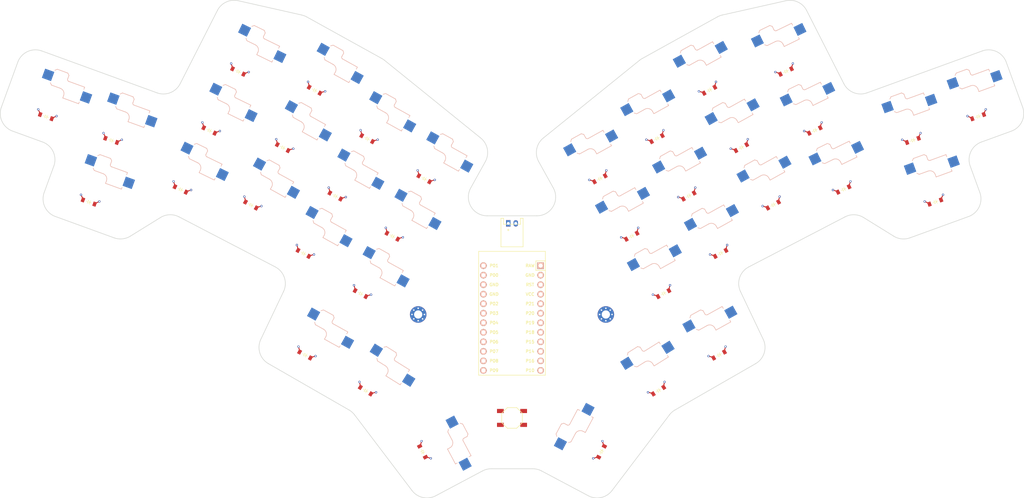
<source format=kicad_pcb>
(kicad_pcb (version 20171130) (host pcbnew 5.1.6)
  (title_block (title "tolkeeb") (rev "v1.0.0") (company "Unknown"))
  (layers (0 F.Cu signal) (31 B.Cu signal) (34 B.Paste user) (35 F.Paste user) (36 B.SilkS user) (37 F.SilkS user) (38 B.Mask user) (39 F.Mask user) (44 Edge.Cuts user))
  (net 0 "")
  (net 1 "pinky_extension_home")
  (net 2 "P3")
  (net 3 "pinky_bottom")
  (net 4 "P5")
  (net 5 "pinky_home")
  (net 6 "P4")
  (net 7 "ring_bottom")
  (net 8 "ring_home")
  (net 9 "ring_top")
  (net 10 "middle_bottom")
  (net 11 "middle_home")
  (net 12 "middle_top")
  (net 13 "index_bottom")
  (net 14 "index_home")
  (net 15 "index_top")
  (net 16 "inner_bottom")
  (net 17 "inner_home")
  (net 18 "inner_top")
  (net 19 "mirror_pinky_extension_home")
  (net 20 "P19")
  (net 21 "mirror_pinky_bottom")
  (net 22 "P15")
  (net 23 "mirror_pinky_home")
  (net 24 "P18")
  (net 25 "mirror_ring_bottom")
  (net 26 "mirror_ring_home")
  (net 27 "mirror_ring_top")
  (net 28 "mirror_middle_bottom")
  (net 29 "mirror_middle_home")
  (net 30 "mirror_middle_top")
  (net 31 "mirror_index_bottom")
  (net 32 "mirror_index_home")
  (net 33 "mirror_index_top")
  (net 34 "mirror_inner_bottom")
  (net 35 "mirror_inner_home")
  (net 36 "mirror_inner_top")
  (net 37 "inner_default")
  (net 38 "P6")
  (net 39 "center_default")
  (net 40 "outer_default")
  (net 41 "mirror_inner_default")
  (net 42 "P14")
  (net 43 "mirror_center_default")
  (net 44 "mirror_outer_default")
  (net 45 "P7")
  (net 46 "P8")
  (net 47 "P9")
  (net 48 "P16")
  (net 49 "P10")
  (net 50 "RAW")
  (net 51 "GND")
  (net 52 "RST")
  (net 53 "VCC")
  (net 54 "P21")
  (net 55 "P20")
  (net 56 "P1")
  (net 57 "P0")
  (net 58 "P2")
  (module PG1350 (layer F.Cu) (at 46.9587478 104.8862527 -20)
    (fp_text reference "S1" hide)
    (fp_text value "" hide)
    (pad "" np_thru_hole circle (at 0 0) (size 3.429 3.429) (drill 3.429) (layers *.Cu *.Mask))
    (pad "" np_thru_hole circle (at 5.5 0) (size 1.7018 1.7018) (drill 1.7018) (layers *.Cu *.Mask))
    (pad "" np_thru_hole circle (at -5.5 0) (size 1.7018 1.7018) (drill 1.7018) (layers *.Cu *.Mask))
    (pad "" np_thru_hole circle (at 5 -3.75) (size 3 3) (drill 3) (layers *.Cu *.Mask))
    (pad "" np_thru_hole circle (at 0 -5.95) (size 3 3) (drill 3) (layers *.Cu *.Mask))
    (pad 1 smd rect (at -3.275 -5.95 -20) (size 2.6 2.6) (layers B.Cu B.Paste B.Mask) (net 1 "pinky_extension_home"))
    (pad 2 smd rect (at 8.275 -3.75 -20) (size 2.6 2.6) (layers B.Cu B.Paste B.Mask) (net 2 "P3"))
  )
  (module PG1350 (layer F.Cu) (at 58.3577088 127.6582462 -20)
    (fp_text reference "S2" hide)
    (fp_text value "" hide)
    (pad "" np_thru_hole circle (at 0 0) (size 3.429 3.429) (drill 3.429) (layers *.Cu *.Mask))
    (pad "" np_thru_hole circle (at 5.5 0) (size 1.7018 1.7018) (drill 1.7018) (layers *.Cu *.Mask))
    (pad "" np_thru_hole circle (at -5.5 0) (size 1.7018 1.7018) (drill 1.7018) (layers *.Cu *.Mask))
    (pad "" np_thru_hole circle (at 5 -3.75) (size 3 3) (drill 3) (layers *.Cu *.Mask))
    (pad "" np_thru_hole circle (at 0 -5.95) (size 3 3) (drill 3) (layers *.Cu *.Mask))
    (pad 1 smd rect (at -3.275 -5.95 -20) (size 2.6 2.6) (layers B.Cu B.Paste B.Mask) (net 3 "pinky_bottom"))
    (pad 2 smd rect (at 8.275 -3.75 -20) (size 2.6 2.6) (layers B.Cu B.Paste B.Mask) (net 4 "P5"))
  )
  (module PG1350 (layer F.Cu) (at 64.3430613 111.2136253 -20)
    (fp_text reference "S3" hide)
    (fp_text value "" hide)
    (pad "" np_thru_hole circle (at 0 0) (size 3.429 3.429) (drill 3.429) (layers *.Cu *.Mask))
    (pad "" np_thru_hole circle (at 5.5 0) (size 1.7018 1.7018) (drill 1.7018) (layers *.Cu *.Mask))
    (pad "" np_thru_hole circle (at -5.5 0) (size 1.7018 1.7018) (drill 1.7018) (layers *.Cu *.Mask))
    (pad "" np_thru_hole circle (at 5 -3.75) (size 3 3) (drill 3) (layers *.Cu *.Mask))
    (pad "" np_thru_hole circle (at 0 -5.95) (size 3 3) (drill 3) (layers *.Cu *.Mask))
    (pad 1 smd rect (at -3.275 -5.95 -20) (size 2.6 2.6) (layers B.Cu B.Paste B.Mask) (net 5 "pinky_home"))
    (pad 2 smd rect (at 8.275 -3.75 -20) (size 2.6 2.6) (layers B.Cu B.Paste B.Mask) (net 6 "P4"))
  )
  (module PG1350 (layer F.Cu) (at 83.2532311 124.4989199 -26)
    (fp_text reference "S4" hide)
    (fp_text value "" hide)
    (pad "" np_thru_hole circle (at 0 0) (size 3.429 3.429) (drill 3.429) (layers *.Cu *.Mask))
    (pad "" np_thru_hole circle (at 5.5 0) (size 1.7018 1.7018) (drill 1.7018) (layers *.Cu *.Mask))
    (pad "" np_thru_hole circle (at -5.5 0) (size 1.7018 1.7018) (drill 1.7018) (layers *.Cu *.Mask))
    (pad "" np_thru_hole circle (at 5 -3.75) (size 3 3) (drill 3) (layers *.Cu *.Mask))
    (pad "" np_thru_hole circle (at 0 -5.95) (size 3 3) (drill 3) (layers *.Cu *.Mask))
    (pad 1 smd rect (at -3.275 -5.95 -26) (size 2.6 2.6) (layers B.Cu B.Paste B.Mask) (net 7 "ring_bottom"))
    (pad 2 smd rect (at 8.275 -3.75 -26) (size 2.6 2.6) (layers B.Cu B.Paste B.Mask) (net 4 "P5"))
  )
  (module PG1350 (layer F.Cu) (at 90.9247262 108.7700241 -26)
    (fp_text reference "S5" hide)
    (fp_text value "" hide)
    (pad "" np_thru_hole circle (at 0 0) (size 3.429 3.429) (drill 3.429) (layers *.Cu *.Mask))
    (pad "" np_thru_hole circle (at 5.5 0) (size 1.7018 1.7018) (drill 1.7018) (layers *.Cu *.Mask))
    (pad "" np_thru_hole circle (at -5.5 0) (size 1.7018 1.7018) (drill 1.7018) (layers *.Cu *.Mask))
    (pad "" np_thru_hole circle (at 5 -3.75) (size 3 3) (drill 3) (layers *.Cu *.Mask))
    (pad "" np_thru_hole circle (at 0 -5.95) (size 3 3) (drill 3) (layers *.Cu *.Mask))
    (pad 1 smd rect (at -3.275 -5.95 -26) (size 2.6 2.6) (layers B.Cu B.Paste B.Mask) (net 8 "ring_home"))
    (pad 2 smd rect (at 8.275 -3.75 -26) (size 2.6 2.6) (layers B.Cu B.Paste B.Mask) (net 6 "P4"))
  )
  (module PG1350 (layer F.Cu) (at 98.5962213 93.0411282 -26)
    (fp_text reference "S6" hide)
    (fp_text value "" hide)
    (pad "" np_thru_hole circle (at 0 0) (size 3.429 3.429) (drill 3.429) (layers *.Cu *.Mask))
    (pad "" np_thru_hole circle (at 5.5 0) (size 1.7018 1.7018) (drill 1.7018) (layers *.Cu *.Mask))
    (pad "" np_thru_hole circle (at -5.5 0) (size 1.7018 1.7018) (drill 1.7018) (layers *.Cu *.Mask))
    (pad "" np_thru_hole circle (at 5 -3.75) (size 3 3) (drill 3) (layers *.Cu *.Mask))
    (pad "" np_thru_hole circle (at 0 -5.95) (size 3 3) (drill 3) (layers *.Cu *.Mask))
    (pad 1 smd rect (at -3.275 -5.95 -26) (size 2.6 2.6) (layers B.Cu B.Paste B.Mask) (net 9 "ring_top"))
    (pad 2 smd rect (at 8.275 -3.75 -26) (size 2.6 2.6) (layers B.Cu B.Paste B.Mask) (net 2 "P3"))
  )
  (module PG1350 (layer F.Cu) (at 102.2250989 128.7576076 -29)
    (fp_text reference "S7" hide)
    (fp_text value "" hide)
    (pad "" np_thru_hole circle (at 0 0) (size 3.429 3.429) (drill 3.429) (layers *.Cu *.Mask))
    (pad "" np_thru_hole circle (at 5.5 0) (size 1.7018 1.7018) (drill 1.7018) (layers *.Cu *.Mask))
    (pad "" np_thru_hole circle (at -5.5 0) (size 1.7018 1.7018) (drill 1.7018) (layers *.Cu *.Mask))
    (pad "" np_thru_hole circle (at 5 -3.75) (size 3 3) (drill 3) (layers *.Cu *.Mask))
    (pad "" np_thru_hole circle (at 0 -5.95) (size 3 3) (drill 3) (layers *.Cu *.Mask))
    (pad 1 smd rect (at -3.275 -5.95 -29) (size 2.6 2.6) (layers B.Cu B.Paste B.Mask) (net 10 "middle_bottom"))
    (pad 2 smd rect (at 8.275 -3.75 -29) (size 2.6 2.6) (layers B.Cu B.Paste B.Mask) (net 4 "P5"))
  )
  (module PG1350 (layer F.Cu) (at 110.7092672 113.4517627 -29)
    (fp_text reference "S8" hide)
    (fp_text value "" hide)
    (pad "" np_thru_hole circle (at 0 0) (size 3.429 3.429) (drill 3.429) (layers *.Cu *.Mask))
    (pad "" np_thru_hole circle (at 5.5 0) (size 1.7018 1.7018) (drill 1.7018) (layers *.Cu *.Mask))
    (pad "" np_thru_hole circle (at -5.5 0) (size 1.7018 1.7018) (drill 1.7018) (layers *.Cu *.Mask))
    (pad "" np_thru_hole circle (at 5 -3.75) (size 3 3) (drill 3) (layers *.Cu *.Mask))
    (pad "" np_thru_hole circle (at 0 -5.95) (size 3 3) (drill 3) (layers *.Cu *.Mask))
    (pad 1 smd rect (at -3.275 -5.95 -29) (size 2.6 2.6) (layers B.Cu B.Paste B.Mask) (net 11 "middle_home"))
    (pad 2 smd rect (at 8.275 -3.75 -29) (size 2.6 2.6) (layers B.Cu B.Paste B.Mask) (net 6 "P4"))
  )
  (module PG1350 (layer F.Cu) (at 119.1934355 98.1459178 -29)
    (fp_text reference "S9" hide)
    (fp_text value "" hide)
    (pad "" np_thru_hole circle (at 0 0) (size 3.429 3.429) (drill 3.429) (layers *.Cu *.Mask))
    (pad "" np_thru_hole circle (at 5.5 0) (size 1.7018 1.7018) (drill 1.7018) (layers *.Cu *.Mask))
    (pad "" np_thru_hole circle (at -5.5 0) (size 1.7018 1.7018) (drill 1.7018) (layers *.Cu *.Mask))
    (pad "" np_thru_hole circle (at 5 -3.75) (size 3 3) (drill 3) (layers *.Cu *.Mask))
    (pad "" np_thru_hole circle (at 0 -5.95) (size 3 3) (drill 3) (layers *.Cu *.Mask))
    (pad 1 smd rect (at -3.275 -5.95 -29) (size 2.6 2.6) (layers B.Cu B.Paste B.Mask) (net 12 "middle_top"))
    (pad 2 smd rect (at 8.275 -3.75 -29) (size 2.6 2.6) (layers B.Cu B.Paste B.Mask) (net 2 "P3"))
  )
  (module PG1350 (layer F.Cu) (at 116.2239201 141.6623744 -29)
    (fp_text reference "S10" hide)
    (fp_text value "" hide)
    (pad "" np_thru_hole circle (at 0 0) (size 3.429 3.429) (drill 3.429) (layers *.Cu *.Mask))
    (pad "" np_thru_hole circle (at 5.5 0) (size 1.7018 1.7018) (drill 1.7018) (layers *.Cu *.Mask))
    (pad "" np_thru_hole circle (at -5.5 0) (size 1.7018 1.7018) (drill 1.7018) (layers *.Cu *.Mask))
    (pad "" np_thru_hole circle (at 5 -3.75) (size 3 3) (drill 3) (layers *.Cu *.Mask))
    (pad "" np_thru_hole circle (at 0 -5.95) (size 3 3) (drill 3) (layers *.Cu *.Mask))
    (pad 1 smd rect (at -3.275 -5.95 -29) (size 2.6 2.6) (layers B.Cu B.Paste B.Mask) (net 13 "index_bottom"))
    (pad 2 smd rect (at 8.275 -3.75 -29) (size 2.6 2.6) (layers B.Cu B.Paste B.Mask) (net 4 "P5"))
  )
  (module PG1350 (layer F.Cu) (at 124.7080885 126.3565294 -29)
    (fp_text reference "S11" hide)
    (fp_text value "" hide)
    (pad "" np_thru_hole circle (at 0 0) (size 3.429 3.429) (drill 3.429) (layers *.Cu *.Mask))
    (pad "" np_thru_hole circle (at 5.5 0) (size 1.7018 1.7018) (drill 1.7018) (layers *.Cu *.Mask))
    (pad "" np_thru_hole circle (at -5.5 0) (size 1.7018 1.7018) (drill 1.7018) (layers *.Cu *.Mask))
    (pad "" np_thru_hole circle (at 5 -3.75) (size 3 3) (drill 3) (layers *.Cu *.Mask))
    (pad "" np_thru_hole circle (at 0 -5.95) (size 3 3) (drill 3) (layers *.Cu *.Mask))
    (pad 1 smd rect (at -3.275 -5.95 -29) (size 2.6 2.6) (layers B.Cu B.Paste B.Mask) (net 14 "index_home"))
    (pad 2 smd rect (at 8.275 -3.75 -29) (size 2.6 2.6) (layers B.Cu B.Paste B.Mask) (net 6 "P4"))
  )
  (module PG1350 (layer F.Cu) (at 133.1922568 111.0506845 -29)
    (fp_text reference "S12" hide)
    (fp_text value "" hide)
    (pad "" np_thru_hole circle (at 0 0) (size 3.429 3.429) (drill 3.429) (layers *.Cu *.Mask))
    (pad "" np_thru_hole circle (at 5.5 0) (size 1.7018 1.7018) (drill 1.7018) (layers *.Cu *.Mask))
    (pad "" np_thru_hole circle (at -5.5 0) (size 1.7018 1.7018) (drill 1.7018) (layers *.Cu *.Mask))
    (pad "" np_thru_hole circle (at 5 -3.75) (size 3 3) (drill 3) (layers *.Cu *.Mask))
    (pad "" np_thru_hole circle (at 0 -5.95) (size 3 3) (drill 3) (layers *.Cu *.Mask))
    (pad 1 smd rect (at -3.275 -5.95 -29) (size 2.6 2.6) (layers B.Cu B.Paste B.Mask) (net 15 "index_top"))
    (pad 2 smd rect (at 8.275 -3.75 -29) (size 2.6 2.6) (layers B.Cu B.Paste B.Mask) (net 2 "P3"))
  )
  (module PG1350 (layer F.Cu) (at 131.4347656 152.3805917 -29)
    (fp_text reference "S13" hide)
    (fp_text value "" hide)
    (pad "" np_thru_hole circle (at 0 0) (size 3.429 3.429) (drill 3.429) (layers *.Cu *.Mask))
    (pad "" np_thru_hole circle (at 5.5 0) (size 1.7018 1.7018) (drill 1.7018) (layers *.Cu *.Mask))
    (pad "" np_thru_hole circle (at -5.5 0) (size 1.7018 1.7018) (drill 1.7018) (layers *.Cu *.Mask))
    (pad "" np_thru_hole circle (at 5 -3.75) (size 3 3) (drill 3) (layers *.Cu *.Mask))
    (pad "" np_thru_hole circle (at 0 -5.95) (size 3 3) (drill 3) (layers *.Cu *.Mask))
    (pad 1 smd rect (at -3.275 -5.95 -29) (size 2.6 2.6) (layers B.Cu B.Paste B.Mask) (net 16 "inner_bottom"))
    (pad 2 smd rect (at 8.275 -3.75 -29) (size 2.6 2.6) (layers B.Cu B.Paste B.Mask) (net 4 "P5"))
  )
  (module PG1350 (layer F.Cu) (at 139.918934 137.0747468 -29)
    (fp_text reference "S14" hide)
    (fp_text value "" hide)
    (pad "" np_thru_hole circle (at 0 0) (size 3.429 3.429) (drill 3.429) (layers *.Cu *.Mask))
    (pad "" np_thru_hole circle (at 5.5 0) (size 1.7018 1.7018) (drill 1.7018) (layers *.Cu *.Mask))
    (pad "" np_thru_hole circle (at -5.5 0) (size 1.7018 1.7018) (drill 1.7018) (layers *.Cu *.Mask))
    (pad "" np_thru_hole circle (at 5 -3.75) (size 3 3) (drill 3) (layers *.Cu *.Mask))
    (pad "" np_thru_hole circle (at 0 -5.95) (size 3 3) (drill 3) (layers *.Cu *.Mask))
    (pad 1 smd rect (at -3.275 -5.95 -29) (size 2.6 2.6) (layers B.Cu B.Paste B.Mask) (net 17 "inner_home"))
    (pad 2 smd rect (at 8.275 -3.75 -29) (size 2.6 2.6) (layers B.Cu B.Paste B.Mask) (net 6 "P4"))
  )
  (module PG1350 (layer F.Cu) (at 148.4031023 121.7689019 -29)
    (fp_text reference "S15" hide)
    (fp_text value "" hide)
    (pad "" np_thru_hole circle (at 0 0) (size 3.429 3.429) (drill 3.429) (layers *.Cu *.Mask))
    (pad "" np_thru_hole circle (at 5.5 0) (size 1.7018 1.7018) (drill 1.7018) (layers *.Cu *.Mask))
    (pad "" np_thru_hole circle (at -5.5 0) (size 1.7018 1.7018) (drill 1.7018) (layers *.Cu *.Mask))
    (pad "" np_thru_hole circle (at 5 -3.75) (size 3 3) (drill 3) (layers *.Cu *.Mask))
    (pad "" np_thru_hole circle (at 0 -5.95) (size 3 3) (drill 3) (layers *.Cu *.Mask))
    (pad 1 smd rect (at -3.275 -5.95 -29) (size 2.6 2.6) (layers B.Cu B.Paste B.Mask) (net 18 "inner_top"))
    (pad 2 smd rect (at 8.275 -3.75 -29) (size 2.6 2.6) (layers B.Cu B.Paste B.Mask) (net 2 "P3"))
  )
  (module PG1350 (layer F.Cu) (at 292.0751874 104.8862527 20)
    (fp_text reference "S16" hide)
    (fp_text value "" hide)
    (pad "" np_thru_hole circle (at 0 0) (size 3.429 3.429) (drill 3.429) (layers *.Cu *.Mask))
    (pad "" np_thru_hole circle (at 5.5 0) (size 1.7018 1.7018) (drill 1.7018) (layers *.Cu *.Mask))
    (pad "" np_thru_hole circle (at -5.5 0) (size 1.7018 1.7018) (drill 1.7018) (layers *.Cu *.Mask))
    (pad "" np_thru_hole circle (at 5 -3.75) (size 3 3) (drill 3) (layers *.Cu *.Mask))
    (pad "" np_thru_hole circle (at 0 -5.95) (size 3 3) (drill 3) (layers *.Cu *.Mask))
    (pad 1 smd rect (at -3.275 -5.95 20) (size 2.6 2.6) (layers B.Cu B.Paste B.Mask) (net 19 "mirror_pinky_extension_home"))
    (pad 2 smd rect (at 8.275 -3.75 20) (size 2.6 2.6) (layers B.Cu B.Paste B.Mask) (net 20 "P19"))
  )
  (module PG1350 (layer F.Cu) (at 280.67622639999996 127.6582462 20)
    (fp_text reference "S17" hide)
    (fp_text value "" hide)
    (pad "" np_thru_hole circle (at 0 0) (size 3.429 3.429) (drill 3.429) (layers *.Cu *.Mask))
    (pad "" np_thru_hole circle (at 5.5 0) (size 1.7018 1.7018) (drill 1.7018) (layers *.Cu *.Mask))
    (pad "" np_thru_hole circle (at -5.5 0) (size 1.7018 1.7018) (drill 1.7018) (layers *.Cu *.Mask))
    (pad "" np_thru_hole circle (at 5 -3.75) (size 3 3) (drill 3) (layers *.Cu *.Mask))
    (pad "" np_thru_hole circle (at 0 -5.95) (size 3 3) (drill 3) (layers *.Cu *.Mask))
    (pad 1 smd rect (at -3.275 -5.95 20) (size 2.6 2.6) (layers B.Cu B.Paste B.Mask) (net 21 "mirror_pinky_bottom"))
    (pad 2 smd rect (at 8.275 -3.75 20) (size 2.6 2.6) (layers B.Cu B.Paste B.Mask) (net 22 "P15"))
  )
  (module PG1350 (layer F.Cu) (at 274.6908739 111.2136253 20)
    (fp_text reference "S18" hide)
    (fp_text value "" hide)
    (pad "" np_thru_hole circle (at 0 0) (size 3.429 3.429) (drill 3.429) (layers *.Cu *.Mask))
    (pad "" np_thru_hole circle (at 5.5 0) (size 1.7018 1.7018) (drill 1.7018) (layers *.Cu *.Mask))
    (pad "" np_thru_hole circle (at -5.5 0) (size 1.7018 1.7018) (drill 1.7018) (layers *.Cu *.Mask))
    (pad "" np_thru_hole circle (at 5 -3.75) (size 3 3) (drill 3) (layers *.Cu *.Mask))
    (pad "" np_thru_hole circle (at 0 -5.95) (size 3 3) (drill 3) (layers *.Cu *.Mask))
    (pad 1 smd rect (at -3.275 -5.95 20) (size 2.6 2.6) (layers B.Cu B.Paste B.Mask) (net 23 "mirror_pinky_home"))
    (pad 2 smd rect (at 8.275 -3.75 20) (size 2.6 2.6) (layers B.Cu B.Paste B.Mask) (net 24 "P18"))
  )
  (module PG1350 (layer F.Cu) (at 255.78070409999998 124.4989199 26)
    (fp_text reference "S19" hide)
    (fp_text value "" hide)
    (pad "" np_thru_hole circle (at 0 0) (size 3.429 3.429) (drill 3.429) (layers *.Cu *.Mask))
    (pad "" np_thru_hole circle (at 5.5 0) (size 1.7018 1.7018) (drill 1.7018) (layers *.Cu *.Mask))
    (pad "" np_thru_hole circle (at -5.5 0) (size 1.7018 1.7018) (drill 1.7018) (layers *.Cu *.Mask))
    (pad "" np_thru_hole circle (at 5 -3.75) (size 3 3) (drill 3) (layers *.Cu *.Mask))
    (pad "" np_thru_hole circle (at 0 -5.95) (size 3 3) (drill 3) (layers *.Cu *.Mask))
    (pad 1 smd rect (at -3.275 -5.95 26) (size 2.6 2.6) (layers B.Cu B.Paste B.Mask) (net 25 "mirror_ring_bottom"))
    (pad 2 smd rect (at 8.275 -3.75 26) (size 2.6 2.6) (layers B.Cu B.Paste B.Mask) (net 22 "P15"))
  )
  (module PG1350 (layer F.Cu) (at 248.10920899999996 108.7700241 26)
    (fp_text reference "S20" hide)
    (fp_text value "" hide)
    (pad "" np_thru_hole circle (at 0 0) (size 3.429 3.429) (drill 3.429) (layers *.Cu *.Mask))
    (pad "" np_thru_hole circle (at 5.5 0) (size 1.7018 1.7018) (drill 1.7018) (layers *.Cu *.Mask))
    (pad "" np_thru_hole circle (at -5.5 0) (size 1.7018 1.7018) (drill 1.7018) (layers *.Cu *.Mask))
    (pad "" np_thru_hole circle (at 5 -3.75) (size 3 3) (drill 3) (layers *.Cu *.Mask))
    (pad "" np_thru_hole circle (at 0 -5.95) (size 3 3) (drill 3) (layers *.Cu *.Mask))
    (pad 1 smd rect (at -3.275 -5.95 26) (size 2.6 2.6) (layers B.Cu B.Paste B.Mask) (net 26 "mirror_ring_home"))
    (pad 2 smd rect (at 8.275 -3.75 26) (size 2.6 2.6) (layers B.Cu B.Paste B.Mask) (net 24 "P18"))
  )
  (module PG1350 (layer F.Cu) (at 240.43771389999998 93.0411282 26)
    (fp_text reference "S21" hide)
    (fp_text value "" hide)
    (pad "" np_thru_hole circle (at 0 0) (size 3.429 3.429) (drill 3.429) (layers *.Cu *.Mask))
    (pad "" np_thru_hole circle (at 5.5 0) (size 1.7018 1.7018) (drill 1.7018) (layers *.Cu *.Mask))
    (pad "" np_thru_hole circle (at -5.5 0) (size 1.7018 1.7018) (drill 1.7018) (layers *.Cu *.Mask))
    (pad "" np_thru_hole circle (at 5 -3.75) (size 3 3) (drill 3) (layers *.Cu *.Mask))
    (pad "" np_thru_hole circle (at 0 -5.95) (size 3 3) (drill 3) (layers *.Cu *.Mask))
    (pad 1 smd rect (at -3.275 -5.95 26) (size 2.6 2.6) (layers B.Cu B.Paste B.Mask) (net 27 "mirror_ring_top"))
    (pad 2 smd rect (at 8.275 -3.75 26) (size 2.6 2.6) (layers B.Cu B.Paste B.Mask) (net 20 "P19"))
  )
  (module PG1350 (layer F.Cu) (at 236.80883629999997 128.7576076 29)
    (fp_text reference "S22" hide)
    (fp_text value "" hide)
    (pad "" np_thru_hole circle (at 0 0) (size 3.429 3.429) (drill 3.429) (layers *.Cu *.Mask))
    (pad "" np_thru_hole circle (at 5.5 0) (size 1.7018 1.7018) (drill 1.7018) (layers *.Cu *.Mask))
    (pad "" np_thru_hole circle (at -5.5 0) (size 1.7018 1.7018) (drill 1.7018) (layers *.Cu *.Mask))
    (pad "" np_thru_hole circle (at 5 -3.75) (size 3 3) (drill 3) (layers *.Cu *.Mask))
    (pad "" np_thru_hole circle (at 0 -5.95) (size 3 3) (drill 3) (layers *.Cu *.Mask))
    (pad 1 smd rect (at -3.275 -5.95 29) (size 2.6 2.6) (layers B.Cu B.Paste B.Mask) (net 28 "mirror_middle_bottom"))
    (pad 2 smd rect (at 8.275 -3.75 29) (size 2.6 2.6) (layers B.Cu B.Paste B.Mask) (net 22 "P15"))
  )
  (module PG1350 (layer F.Cu) (at 228.32466799999997 113.4517627 29)
    (fp_text reference "S23" hide)
    (fp_text value "" hide)
    (pad "" np_thru_hole circle (at 0 0) (size 3.429 3.429) (drill 3.429) (layers *.Cu *.Mask))
    (pad "" np_thru_hole circle (at 5.5 0) (size 1.7018 1.7018) (drill 1.7018) (layers *.Cu *.Mask))
    (pad "" np_thru_hole circle (at -5.5 0) (size 1.7018 1.7018) (drill 1.7018) (layers *.Cu *.Mask))
    (pad "" np_thru_hole circle (at 5 -3.75) (size 3 3) (drill 3) (layers *.Cu *.Mask))
    (pad "" np_thru_hole circle (at 0 -5.95) (size 3 3) (drill 3) (layers *.Cu *.Mask))
    (pad 1 smd rect (at -3.275 -5.95 29) (size 2.6 2.6) (layers B.Cu B.Paste B.Mask) (net 29 "mirror_middle_home"))
    (pad 2 smd rect (at 8.275 -3.75 29) (size 2.6 2.6) (layers B.Cu B.Paste B.Mask) (net 24 "P18"))
  )
  (module PG1350 (layer F.Cu) (at 219.84049969999995 98.1459178 29)
    (fp_text reference "S24" hide)
    (fp_text value "" hide)
    (pad "" np_thru_hole circle (at 0 0) (size 3.429 3.429) (drill 3.429) (layers *.Cu *.Mask))
    (pad "" np_thru_hole circle (at 5.5 0) (size 1.7018 1.7018) (drill 1.7018) (layers *.Cu *.Mask))
    (pad "" np_thru_hole circle (at -5.5 0) (size 1.7018 1.7018) (drill 1.7018) (layers *.Cu *.Mask))
    (pad "" np_thru_hole circle (at 5 -3.75) (size 3 3) (drill 3) (layers *.Cu *.Mask))
    (pad "" np_thru_hole circle (at 0 -5.95) (size 3 3) (drill 3) (layers *.Cu *.Mask))
    (pad 1 smd rect (at -3.275 -5.95 29) (size 2.6 2.6) (layers B.Cu B.Paste B.Mask) (net 30 "mirror_middle_top"))
    (pad 2 smd rect (at 8.275 -3.75 29) (size 2.6 2.6) (layers B.Cu B.Paste B.Mask) (net 20 "P19"))
  )
  (module PG1350 (layer F.Cu) (at 222.8100151 141.6623744 29)
    (fp_text reference "S25" hide)
    (fp_text value "" hide)
    (pad "" np_thru_hole circle (at 0 0) (size 3.429 3.429) (drill 3.429) (layers *.Cu *.Mask))
    (pad "" np_thru_hole circle (at 5.5 0) (size 1.7018 1.7018) (drill 1.7018) (layers *.Cu *.Mask))
    (pad "" np_thru_hole circle (at -5.5 0) (size 1.7018 1.7018) (drill 1.7018) (layers *.Cu *.Mask))
    (pad "" np_thru_hole circle (at 5 -3.75) (size 3 3) (drill 3) (layers *.Cu *.Mask))
    (pad "" np_thru_hole circle (at 0 -5.95) (size 3 3) (drill 3) (layers *.Cu *.Mask))
    (pad 1 smd rect (at -3.275 -5.95 29) (size 2.6 2.6) (layers B.Cu B.Paste B.Mask) (net 31 "mirror_index_bottom"))
    (pad 2 smd rect (at 8.275 -3.75 29) (size 2.6 2.6) (layers B.Cu B.Paste B.Mask) (net 22 "P15"))
  )
  (module PG1350 (layer F.Cu) (at 214.32584669999997 126.3565294 29)
    (fp_text reference "S26" hide)
    (fp_text value "" hide)
    (pad "" np_thru_hole circle (at 0 0) (size 3.429 3.429) (drill 3.429) (layers *.Cu *.Mask))
    (pad "" np_thru_hole circle (at 5.5 0) (size 1.7018 1.7018) (drill 1.7018) (layers *.Cu *.Mask))
    (pad "" np_thru_hole circle (at -5.5 0) (size 1.7018 1.7018) (drill 1.7018) (layers *.Cu *.Mask))
    (pad "" np_thru_hole circle (at 5 -3.75) (size 3 3) (drill 3) (layers *.Cu *.Mask))
    (pad "" np_thru_hole circle (at 0 -5.95) (size 3 3) (drill 3) (layers *.Cu *.Mask))
    (pad 1 smd rect (at -3.275 -5.95 29) (size 2.6 2.6) (layers B.Cu B.Paste B.Mask) (net 32 "mirror_index_home"))
    (pad 2 smd rect (at 8.275 -3.75 29) (size 2.6 2.6) (layers B.Cu B.Paste B.Mask) (net 24 "P18"))
  )
  (module PG1350 (layer F.Cu) (at 205.84167839999998 111.0506845 29)
    (fp_text reference "S27" hide)
    (fp_text value "" hide)
    (pad "" np_thru_hole circle (at 0 0) (size 3.429 3.429) (drill 3.429) (layers *.Cu *.Mask))
    (pad "" np_thru_hole circle (at 5.5 0) (size 1.7018 1.7018) (drill 1.7018) (layers *.Cu *.Mask))
    (pad "" np_thru_hole circle (at -5.5 0) (size 1.7018 1.7018) (drill 1.7018) (layers *.Cu *.Mask))
    (pad "" np_thru_hole circle (at 5 -3.75) (size 3 3) (drill 3) (layers *.Cu *.Mask))
    (pad "" np_thru_hole circle (at 0 -5.95) (size 3 3) (drill 3) (layers *.Cu *.Mask))
    (pad 1 smd rect (at -3.275 -5.95 29) (size 2.6 2.6) (layers B.Cu B.Paste B.Mask) (net 33 "mirror_index_top"))
    (pad 2 smd rect (at 8.275 -3.75 29) (size 2.6 2.6) (layers B.Cu B.Paste B.Mask) (net 20 "P19"))
  )
  (module PG1350 (layer F.Cu) (at 207.59916959999998 152.3805917 29)
    (fp_text reference "S28" hide)
    (fp_text value "" hide)
    (pad "" np_thru_hole circle (at 0 0) (size 3.429 3.429) (drill 3.429) (layers *.Cu *.Mask))
    (pad "" np_thru_hole circle (at 5.5 0) (size 1.7018 1.7018) (drill 1.7018) (layers *.Cu *.Mask))
    (pad "" np_thru_hole circle (at -5.5 0) (size 1.7018 1.7018) (drill 1.7018) (layers *.Cu *.Mask))
    (pad "" np_thru_hole circle (at 5 -3.75) (size 3 3) (drill 3) (layers *.Cu *.Mask))
    (pad "" np_thru_hole circle (at 0 -5.95) (size 3 3) (drill 3) (layers *.Cu *.Mask))
    (pad 1 smd rect (at -3.275 -5.95 29) (size 2.6 2.6) (layers B.Cu B.Paste B.Mask) (net 34 "mirror_inner_bottom"))
    (pad 2 smd rect (at 8.275 -3.75 29) (size 2.6 2.6) (layers B.Cu B.Paste B.Mask) (net 22 "P15"))
  )
  (module PG1350 (layer F.Cu) (at 199.11500119999997 137.0747468 29)
    (fp_text reference "S29" hide)
    (fp_text value "" hide)
    (pad "" np_thru_hole circle (at 0 0) (size 3.429 3.429) (drill 3.429) (layers *.Cu *.Mask))
    (pad "" np_thru_hole circle (at 5.5 0) (size 1.7018 1.7018) (drill 1.7018) (layers *.Cu *.Mask))
    (pad "" np_thru_hole circle (at -5.5 0) (size 1.7018 1.7018) (drill 1.7018) (layers *.Cu *.Mask))
    (pad "" np_thru_hole circle (at 5 -3.75) (size 3 3) (drill 3) (layers *.Cu *.Mask))
    (pad "" np_thru_hole circle (at 0 -5.95) (size 3 3) (drill 3) (layers *.Cu *.Mask))
    (pad 1 smd rect (at -3.275 -5.95 29) (size 2.6 2.6) (layers B.Cu B.Paste B.Mask) (net 35 "mirror_inner_home"))
    (pad 2 smd rect (at 8.275 -3.75 29) (size 2.6 2.6) (layers B.Cu B.Paste B.Mask) (net 24 "P18"))
  )
  (module PG1350 (layer F.Cu) (at 190.63083289999997 121.7689019 29)
    (fp_text reference "S30" hide)
    (fp_text value "" hide)
    (pad "" np_thru_hole circle (at 0 0) (size 3.429 3.429) (drill 3.429) (layers *.Cu *.Mask))
    (pad "" np_thru_hole circle (at 5.5 0) (size 1.7018 1.7018) (drill 1.7018) (layers *.Cu *.Mask))
    (pad "" np_thru_hole circle (at -5.5 0) (size 1.7018 1.7018) (drill 1.7018) (layers *.Cu *.Mask))
    (pad "" np_thru_hole circle (at 5 -3.75) (size 3 3) (drill 3) (layers *.Cu *.Mask))
    (pad "" np_thru_hole circle (at 0 -5.95) (size 3 3) (drill 3) (layers *.Cu *.Mask))
    (pad 1 smd rect (at -3.275 -5.95 29) (size 2.6 2.6) (layers B.Cu B.Paste B.Mask) (net 36 "mirror_inner_top"))
    (pad 2 smd rect (at 8.275 -3.75 29) (size 2.6 2.6) (layers B.Cu B.Paste B.Mask) (net 20 "P19"))
  )
  (module PG1350 (layer F.Cu) (at 116.63826019999999 168.7608673 -29)
    (fp_text reference "S31" hide)
    (fp_text value "" hide)
    (pad "" np_thru_hole circle (at 0 0) (size 3.429 3.429) (drill 3.429) (layers *.Cu *.Mask))
    (pad "" np_thru_hole circle (at 5.5 0) (size 1.7018 1.7018) (drill 1.7018) (layers *.Cu *.Mask))
    (pad "" np_thru_hole circle (at -5.5 0) (size 1.7018 1.7018) (drill 1.7018) (layers *.Cu *.Mask))
    (pad "" np_thru_hole circle (at 5 -3.75) (size 3 3) (drill 3) (layers *.Cu *.Mask))
    (pad "" np_thru_hole circle (at 0 -5.95) (size 3 3) (drill 3) (layers *.Cu *.Mask))
    (pad 1 smd rect (at -3.275 -5.95 -29) (size 2.6 2.6) (layers B.Cu B.Paste B.Mask) (net 37 "inner_default"))
    (pad 2 smd rect (at 8.275 -3.75 -29) (size 2.6 2.6) (layers B.Cu B.Paste B.Mask) (net 38 "P6"))
  )
  (module PG1350 (layer F.Cu) (at 132.99020159999998 178.39289689999998 -32)
    (fp_text reference "S32" hide)
    (fp_text value "" hide)
    (pad "" np_thru_hole circle (at 0 0) (size 3.429 3.429) (drill 3.429) (layers *.Cu *.Mask))
    (pad "" np_thru_hole circle (at 5.5 0) (size 1.7018 1.7018) (drill 1.7018) (layers *.Cu *.Mask))
    (pad "" np_thru_hole circle (at -5.5 0) (size 1.7018 1.7018) (drill 1.7018) (layers *.Cu *.Mask))
    (pad "" np_thru_hole circle (at 5 -3.75) (size 3 3) (drill 3) (layers *.Cu *.Mask))
    (pad "" np_thru_hole circle (at 0 -5.95) (size 3 3) (drill 3) (layers *.Cu *.Mask))
    (pad 1 smd rect (at -3.275 -5.95 -32) (size 2.6 2.6) (layers B.Cu B.Paste B.Mask) (net 39 "center_default"))
    (pad 2 smd rect (at 8.275 -3.75 -32) (size 2.6 2.6) (layers B.Cu B.Paste B.Mask) (net 38 "P6"))
  )
  (module PG1350 (layer F.Cu) (at 149.8364744 196.4583128 -62)
    (fp_text reference "S33" hide)
    (fp_text value "" hide)
    (pad "" np_thru_hole circle (at 0 0) (size 3.429 3.429) (drill 3.429) (layers *.Cu *.Mask))
    (pad "" np_thru_hole circle (at 5.5 0) (size 1.7018 1.7018) (drill 1.7018) (layers *.Cu *.Mask))
    (pad "" np_thru_hole circle (at -5.5 0) (size 1.7018 1.7018) (drill 1.7018) (layers *.Cu *.Mask))
    (pad "" np_thru_hole circle (at 5 -3.75) (size 3 3) (drill 3) (layers *.Cu *.Mask))
    (pad "" np_thru_hole circle (at 0 -5.95) (size 3 3) (drill 3) (layers *.Cu *.Mask))
    (pad 1 smd rect (at -3.275 -5.95 -62) (size 2.6 2.6) (layers B.Cu B.Paste B.Mask) (net 40 "outer_default"))
    (pad 2 smd rect (at 8.275 -3.75 -62) (size 2.6 2.6) (layers B.Cu B.Paste B.Mask) (net 38 "P6"))
  )
  (module PG1350 (layer F.Cu) (at 222.39567499999998 168.7608673 29)
    (fp_text reference "S34" hide)
    (fp_text value "" hide)
    (pad "" np_thru_hole circle (at 0 0) (size 3.429 3.429) (drill 3.429) (layers *.Cu *.Mask))
    (pad "" np_thru_hole circle (at 5.5 0) (size 1.7018 1.7018) (drill 1.7018) (layers *.Cu *.Mask))
    (pad "" np_thru_hole circle (at -5.5 0) (size 1.7018 1.7018) (drill 1.7018) (layers *.Cu *.Mask))
    (pad "" np_thru_hole circle (at 5 -3.75) (size 3 3) (drill 3) (layers *.Cu *.Mask))
    (pad "" np_thru_hole circle (at 0 -5.95) (size 3 3) (drill 3) (layers *.Cu *.Mask))
    (pad 1 smd rect (at -3.275 -5.95 29) (size 2.6 2.6) (layers B.Cu B.Paste B.Mask) (net 41 "mirror_inner_default"))
    (pad 2 smd rect (at 8.275 -3.75 29) (size 2.6 2.6) (layers B.Cu B.Paste B.Mask) (net 42 "P14"))
  )
  (module PG1350 (layer F.Cu) (at 206.0437336 178.39289689999998 32)
    (fp_text reference "S35" hide)
    (fp_text value "" hide)
    (pad "" np_thru_hole circle (at 0 0) (size 3.429 3.429) (drill 3.429) (layers *.Cu *.Mask))
    (pad "" np_thru_hole circle (at 5.5 0) (size 1.7018 1.7018) (drill 1.7018) (layers *.Cu *.Mask))
    (pad "" np_thru_hole circle (at -5.5 0) (size 1.7018 1.7018) (drill 1.7018) (layers *.Cu *.Mask))
    (pad "" np_thru_hole circle (at 5 -3.75) (size 3 3) (drill 3) (layers *.Cu *.Mask))
    (pad "" np_thru_hole circle (at 0 -5.95) (size 3 3) (drill 3) (layers *.Cu *.Mask))
    (pad 1 smd rect (at -3.275 -5.95 32) (size 2.6 2.6) (layers B.Cu B.Paste B.Mask) (net 43 "mirror_center_default"))
    (pad 2 smd rect (at 8.275 -3.75 32) (size 2.6 2.6) (layers B.Cu B.Paste B.Mask) (net 42 "P14"))
  )
  (module PG1350 (layer F.Cu) (at 189.1974608 196.4583128 62)
    (fp_text reference "S36" hide)
    (fp_text value "" hide)
    (pad "" np_thru_hole circle (at 0 0) (size 3.429 3.429) (drill 3.429) (layers *.Cu *.Mask))
    (pad "" np_thru_hole circle (at 5.5 0) (size 1.7018 1.7018) (drill 1.7018) (layers *.Cu *.Mask))
    (pad "" np_thru_hole circle (at -5.5 0) (size 1.7018 1.7018) (drill 1.7018) (layers *.Cu *.Mask))
    (pad "" np_thru_hole circle (at 5 -3.75) (size 3 3) (drill 3) (layers *.Cu *.Mask))
    (pad "" np_thru_hole circle (at 0 -5.95) (size 3 3) (drill 3) (layers *.Cu *.Mask))
    (pad 1 smd rect (at -3.275 -5.95 62) (size 2.6 2.6) (layers B.Cu B.Paste B.Mask) (net 44 "mirror_outer_default"))
    (pad 2 smd rect (at 8.275 -3.75 62) (size 2.6 2.6) (layers B.Cu B.Paste B.Mask) (net 42 "P14"))
  )
  (module ChocBonusGoodies (layer F.Cu) (at 46.9587478 104.8862527 -20)
    (fp_text reference "SB1" hide)
  )
  (module ChocBonusGoodies (layer F.Cu) (at 58.3577088 127.6582462 -20)
    (fp_text reference "SB2" hide)
  )
  (module ChocBonusGoodies (layer F.Cu) (at 64.3430613 111.2136253 -20)
    (fp_text reference "SB3" hide)
  )
  (module ChocBonusGoodies (layer F.Cu) (at 83.2532311 124.4989199 -26)
    (fp_text reference "SB4" hide)
  )
  (module ChocBonusGoodies (layer F.Cu) (at 90.9247262 108.7700241 -26)
    (fp_text reference "SB5" hide)
  )
  (module ChocBonusGoodies (layer F.Cu) (at 98.5962213 93.0411282 -26)
    (fp_text reference "SB6" hide)
  )
  (module ChocBonusGoodies (layer F.Cu) (at 102.2250989 128.7576076 -29)
    (fp_text reference "SB7" hide)
  )
  (module ChocBonusGoodies (layer F.Cu) (at 110.7092672 113.4517627 -29)
    (fp_text reference "SB8" hide)
  )
  (module ChocBonusGoodies (layer F.Cu) (at 119.1934355 98.1459178 -29)
    (fp_text reference "SB9" hide)
  )
  (module ChocBonusGoodies (layer F.Cu) (at 116.2239201 141.6623744 -29)
    (fp_text reference "SB10" hide)
  )
  (module ChocBonusGoodies (layer F.Cu) (at 124.7080885 126.3565294 -29)
    (fp_text reference "SB11" hide)
  )
  (module ChocBonusGoodies (layer F.Cu) (at 133.1922568 111.0506845 -29)
    (fp_text reference "SB12" hide)
  )
  (module ChocBonusGoodies (layer F.Cu) (at 131.4347656 152.3805917 -29)
    (fp_text reference "SB13" hide)
  )
  (module ChocBonusGoodies (layer F.Cu) (at 139.918934 137.0747468 -29)
    (fp_text reference "SB14" hide)
  )
  (module ChocBonusGoodies (layer F.Cu) (at 148.4031023 121.7689019 -29)
    (fp_text reference "SB15" hide)
  )
  (module ChocBonusGoodies (layer F.Cu) (at 292.0751874 104.8862527 20)
    (fp_text reference "SB16" hide)
  )
  (module ChocBonusGoodies (layer F.Cu) (at 280.67622639999996 127.6582462 20)
    (fp_text reference "SB17" hide)
  )
  (module ChocBonusGoodies (layer F.Cu) (at 274.6908739 111.2136253 20)
    (fp_text reference "SB18" hide)
  )
  (module ChocBonusGoodies (layer F.Cu) (at 255.78070409999998 124.4989199 26)
    (fp_text reference "SB19" hide)
  )
  (module ChocBonusGoodies (layer F.Cu) (at 248.10920899999996 108.7700241 26)
    (fp_text reference "SB20" hide)
  )
  (module ChocBonusGoodies (layer F.Cu) (at 240.43771389999998 93.0411282 26)
    (fp_text reference "SB21" hide)
  )
  (module ChocBonusGoodies (layer F.Cu) (at 236.80883629999997 128.7576076 29)
    (fp_text reference "SB22" hide)
  )
  (module ChocBonusGoodies (layer F.Cu) (at 228.32466799999997 113.4517627 29)
    (fp_text reference "SB23" hide)
  )
  (module ChocBonusGoodies (layer F.Cu) (at 219.84049969999995 98.1459178 29)
    (fp_text reference "SB24" hide)
  )
  (module ChocBonusGoodies (layer F.Cu) (at 222.8100151 141.6623744 29)
    (fp_text reference "SB25" hide)
  )
  (module ChocBonusGoodies (layer F.Cu) (at 214.32584669999997 126.3565294 29)
    (fp_text reference "SB26" hide)
  )
  (module ChocBonusGoodies (layer F.Cu) (at 205.84167839999998 111.0506845 29)
    (fp_text reference "SB27" hide)
  )
  (module ChocBonusGoodies (layer F.Cu) (at 207.59916959999998 152.3805917 29)
    (fp_text reference "SB28" hide)
  )
  (module ChocBonusGoodies (layer F.Cu) (at 199.11500119999997 137.0747468 29)
    (fp_text reference "SB29" hide)
  )
  (module ChocBonusGoodies (layer F.Cu) (at 190.63083289999997 121.7689019 29)
    (fp_text reference "SB30" hide)
  )
  (module ChocBonusGoodies (layer F.Cu) (at 116.63826019999999 168.7608673 -29)
    (fp_text reference "SB31" hide)
  )
  (module ChocBonusGoodies (layer F.Cu) (at 132.99020159999998 178.39289689999998 -32)
    (fp_text reference "SB32" hide)
  )
  (module ChocBonusGoodies (layer F.Cu) (at 149.8364744 196.4583128 -62)
    (fp_text reference "SB33" hide)
  )
  (module ChocBonusGoodies (layer F.Cu) (at 222.39567499999998 168.7608673 29)
    (fp_text reference "SB34" hide)
  )
  (module ChocBonusGoodies (layer F.Cu) (at 206.0437336 178.39289689999998 32)
    (fp_text reference "SB35" hide)
  )
  (module ChocBonusGoodies (layer F.Cu) (at 189.1974608 196.4583128 62)
    (fp_text reference "SB36" hide)
  )
  (module ComboDiode (layer F.Cu) (at 45.3512531 109.302808 160)
    (fp_text reference "D1" hide)
    (fp_text value "" hide)
    (pad 1 smd rect (at -1.65 0 160) (size 0.9 1.2) (layers F.Cu F.Paste F.Mask) (net 45 "P7"))
    (pad 2 smd rect (at 1.65 0 160) (size 0.9 1.2) (layers F.Cu F.Paste F.Mask) (net 1 "pinky_extension_home"))
    (pad 3 thru_hole circle (at -2.6 1.1 160) (size 0.6 0.6) (drill 0.3) (layers *.Cu) (net 45 "P7"))
    (pad 4 smd rect (at -2.25 0.75 115) (size 0.25 1) (layers F.Cu) (net 45 "P7"))
    (pad 6 thru_hole circle (at 2.6 1.1 160) (size 0.6 0.6) (drill 0.3) (layers *.Cu) (net 1 "pinky_extension_home"))
    (pad 7 smd rect (at 2.25 0.75 205) (size 0.25 1) (layers F.Cu) (net 1 "pinky_extension_home"))
  )
  (module ComboDiode (layer F.Cu) (at 56.7502141 132.0748015 160)
    (fp_text reference "D2" hide)
    (fp_text value "" hide)
    (pad 1 smd rect (at -1.65 0 160) (size 0.9 1.2) (layers F.Cu F.Paste F.Mask) (net 45 "P7"))
    (pad 2 smd rect (at 1.65 0 160) (size 0.9 1.2) (layers F.Cu F.Paste F.Mask) (net 3 "pinky_bottom"))
    (pad 3 thru_hole circle (at -2.6 1.1 160) (size 0.6 0.6) (drill 0.3) (layers *.Cu) (net 45 "P7"))
    (pad 4 smd rect (at -2.25 0.75 115) (size 0.25 1) (layers F.Cu) (net 45 "P7"))
    (pad 6 thru_hole circle (at 2.6 1.1 160) (size 0.6 0.6) (drill 0.3) (layers *.Cu) (net 3 "pinky_bottom"))
    (pad 7 smd rect (at 2.25 0.75 205) (size 0.25 1) (layers F.Cu) (net 3 "pinky_bottom"))
  )
  (module ComboDiode (layer F.Cu) (at 62.735566600000006 115.6301806 160)
    (fp_text reference "D3" hide)
    (fp_text value "" hide)
    (pad 1 smd rect (at -1.65 0 160) (size 0.9 1.2) (layers F.Cu F.Paste F.Mask) (net 45 "P7"))
    (pad 2 smd rect (at 1.65 0 160) (size 0.9 1.2) (layers F.Cu F.Paste F.Mask) (net 5 "pinky_home"))
    (pad 3 thru_hole circle (at -2.6 1.1 160) (size 0.6 0.6) (drill 0.3) (layers *.Cu) (net 45 "P7"))
    (pad 4 smd rect (at -2.25 0.75 115) (size 0.25 1) (layers F.Cu) (net 45 "P7"))
    (pad 6 thru_hole circle (at 2.6 1.1 160) (size 0.6 0.6) (drill 0.3) (layers *.Cu) (net 5 "pinky_home"))
    (pad 7 smd rect (at 2.25 0.75 205) (size 0.25 1) (layers F.Cu) (net 5 "pinky_home"))
  )
  (module ComboDiode (layer F.Cu) (at 81.19288669999999 128.7232519 154)
    (fp_text reference "D4" hide)
    (fp_text value "" hide)
    (pad 1 smd rect (at -1.65 0 154) (size 0.9 1.2) (layers F.Cu F.Paste F.Mask) (net 46 "P8"))
    (pad 2 smd rect (at 1.65 0 154) (size 0.9 1.2) (layers F.Cu F.Paste F.Mask) (net 7 "ring_bottom"))
    (pad 3 thru_hole circle (at -2.6 1.1 154) (size 0.6 0.6) (drill 0.3) (layers *.Cu) (net 46 "P8"))
    (pad 4 smd rect (at -2.25 0.75 109) (size 0.25 1) (layers F.Cu) (net 46 "P8"))
    (pad 6 thru_hole circle (at 2.6 1.1 154) (size 0.6 0.6) (drill 0.3) (layers *.Cu) (net 7 "ring_bottom"))
    (pad 7 smd rect (at 2.25 0.75 199) (size 0.25 1) (layers F.Cu) (net 7 "ring_bottom"))
  )
  (module ComboDiode (layer F.Cu) (at 88.86438179999999 112.9943561 154)
    (fp_text reference "D5" hide)
    (fp_text value "" hide)
    (pad 1 smd rect (at -1.65 0 154) (size 0.9 1.2) (layers F.Cu F.Paste F.Mask) (net 46 "P8"))
    (pad 2 smd rect (at 1.65 0 154) (size 0.9 1.2) (layers F.Cu F.Paste F.Mask) (net 8 "ring_home"))
    (pad 3 thru_hole circle (at -2.6 1.1 154) (size 0.6 0.6) (drill 0.3) (layers *.Cu) (net 46 "P8"))
    (pad 4 smd rect (at -2.25 0.75 109) (size 0.25 1) (layers F.Cu) (net 46 "P8"))
    (pad 6 thru_hole circle (at 2.6 1.1 154) (size 0.6 0.6) (drill 0.3) (layers *.Cu) (net 8 "ring_home"))
    (pad 7 smd rect (at 2.25 0.75 199) (size 0.25 1) (layers F.Cu) (net 8 "ring_home"))
  )
  (module ComboDiode (layer F.Cu) (at 96.53587689999999 97.2654602 154)
    (fp_text reference "D6" hide)
    (fp_text value "" hide)
    (pad 1 smd rect (at -1.65 0 154) (size 0.9 1.2) (layers F.Cu F.Paste F.Mask) (net 46 "P8"))
    (pad 2 smd rect (at 1.65 0 154) (size 0.9 1.2) (layers F.Cu F.Paste F.Mask) (net 9 "ring_top"))
    (pad 3 thru_hole circle (at -2.6 1.1 154) (size 0.6 0.6) (drill 0.3) (layers *.Cu) (net 46 "P8"))
    (pad 4 smd rect (at -2.25 0.75 109) (size 0.25 1) (layers F.Cu) (net 46 "P8"))
    (pad 6 thru_hole circle (at 2.6 1.1 154) (size 0.6 0.6) (drill 0.3) (layers *.Cu) (net 9 "ring_top"))
    (pad 7 smd rect (at 2.25 0.75 199) (size 0.25 1) (layers F.Cu) (net 9 "ring_top"))
  )
  (module ComboDiode (layer F.Cu) (at 99.9464937 132.8683202 151)
    (fp_text reference "D7" hide)
    (fp_text value "" hide)
    (pad 1 smd rect (at -1.65 0 151) (size 0.9 1.2) (layers F.Cu F.Paste F.Mask) (net 47 "P9"))
    (pad 2 smd rect (at 1.65 0 151) (size 0.9 1.2) (layers F.Cu F.Paste F.Mask) (net 10 "middle_bottom"))
    (pad 3 thru_hole circle (at -2.6 1.1 151) (size 0.6 0.6) (drill 0.3) (layers *.Cu) (net 47 "P9"))
    (pad 4 smd rect (at -2.25 0.75 106) (size 0.25 1) (layers F.Cu) (net 47 "P9"))
    (pad 6 thru_hole circle (at 2.6 1.1 151) (size 0.6 0.6) (drill 0.3) (layers *.Cu) (net 10 "middle_bottom"))
    (pad 7 smd rect (at 2.25 0.75 196) (size 0.25 1) (layers F.Cu) (net 10 "middle_bottom"))
  )
  (module ComboDiode (layer F.Cu) (at 108.430662 117.5624753 151)
    (fp_text reference "D8" hide)
    (fp_text value "" hide)
    (pad 1 smd rect (at -1.65 0 151) (size 0.9 1.2) (layers F.Cu F.Paste F.Mask) (net 47 "P9"))
    (pad 2 smd rect (at 1.65 0 151) (size 0.9 1.2) (layers F.Cu F.Paste F.Mask) (net 11 "middle_home"))
    (pad 3 thru_hole circle (at -2.6 1.1 151) (size 0.6 0.6) (drill 0.3) (layers *.Cu) (net 47 "P9"))
    (pad 4 smd rect (at -2.25 0.75 106) (size 0.25 1) (layers F.Cu) (net 47 "P9"))
    (pad 6 thru_hole circle (at 2.6 1.1 151) (size 0.6 0.6) (drill 0.3) (layers *.Cu) (net 11 "middle_home"))
    (pad 7 smd rect (at 2.25 0.75 196) (size 0.25 1) (layers F.Cu) (net 11 "middle_home"))
  )
  (module ComboDiode (layer F.Cu) (at 116.9148303 102.2566304 151)
    (fp_text reference "D9" hide)
    (fp_text value "" hide)
    (pad 1 smd rect (at -1.65 0 151) (size 0.9 1.2) (layers F.Cu F.Paste F.Mask) (net 47 "P9"))
    (pad 2 smd rect (at 1.65 0 151) (size 0.9 1.2) (layers F.Cu F.Paste F.Mask) (net 12 "middle_top"))
    (pad 3 thru_hole circle (at -2.6 1.1 151) (size 0.6 0.6) (drill 0.3) (layers *.Cu) (net 47 "P9"))
    (pad 4 smd rect (at -2.25 0.75 106) (size 0.25 1) (layers F.Cu) (net 47 "P9"))
    (pad 6 thru_hole circle (at 2.6 1.1 151) (size 0.6 0.6) (drill 0.3) (layers *.Cu) (net 12 "middle_top"))
    (pad 7 smd rect (at 2.25 0.75 196) (size 0.25 1) (layers F.Cu) (net 12 "middle_top"))
  )
  (module ComboDiode (layer F.Cu) (at 113.9453149 145.773087 151)
    (fp_text reference "D10" hide)
    (fp_text value "" hide)
    (pad 1 smd rect (at -1.65 0 151) (size 0.9 1.2) (layers F.Cu F.Paste F.Mask) (net 48 "P16"))
    (pad 2 smd rect (at 1.65 0 151) (size 0.9 1.2) (layers F.Cu F.Paste F.Mask) (net 13 "index_bottom"))
    (pad 3 thru_hole circle (at -2.6 1.1 151) (size 0.6 0.6) (drill 0.3) (layers *.Cu) (net 48 "P16"))
    (pad 4 smd rect (at -2.25 0.75 106) (size 0.25 1) (layers F.Cu) (net 48 "P16"))
    (pad 6 thru_hole circle (at 2.6 1.1 151) (size 0.6 0.6) (drill 0.3) (layers *.Cu) (net 13 "index_bottom"))
    (pad 7 smd rect (at 2.25 0.75 196) (size 0.25 1) (layers F.Cu) (net 13 "index_bottom"))
  )
  (module ComboDiode (layer F.Cu) (at 122.4294833 130.467242 151)
    (fp_text reference "D11" hide)
    (fp_text value "" hide)
    (pad 1 smd rect (at -1.65 0 151) (size 0.9 1.2) (layers F.Cu F.Paste F.Mask) (net 48 "P16"))
    (pad 2 smd rect (at 1.65 0 151) (size 0.9 1.2) (layers F.Cu F.Paste F.Mask) (net 14 "index_home"))
    (pad 3 thru_hole circle (at -2.6 1.1 151) (size 0.6 0.6) (drill 0.3) (layers *.Cu) (net 48 "P16"))
    (pad 4 smd rect (at -2.25 0.75 106) (size 0.25 1) (layers F.Cu) (net 48 "P16"))
    (pad 6 thru_hole circle (at 2.6 1.1 151) (size 0.6 0.6) (drill 0.3) (layers *.Cu) (net 14 "index_home"))
    (pad 7 smd rect (at 2.25 0.75 196) (size 0.25 1) (layers F.Cu) (net 14 "index_home"))
  )
  (module ComboDiode (layer F.Cu) (at 130.9136516 115.1613971 151)
    (fp_text reference "D12" hide)
    (fp_text value "" hide)
    (pad 1 smd rect (at -1.65 0 151) (size 0.9 1.2) (layers F.Cu F.Paste F.Mask) (net 48 "P16"))
    (pad 2 smd rect (at 1.65 0 151) (size 0.9 1.2) (layers F.Cu F.Paste F.Mask) (net 15 "index_top"))
    (pad 3 thru_hole circle (at -2.6 1.1 151) (size 0.6 0.6) (drill 0.3) (layers *.Cu) (net 48 "P16"))
    (pad 4 smd rect (at -2.25 0.75 106) (size 0.25 1) (layers F.Cu) (net 48 "P16"))
    (pad 6 thru_hole circle (at 2.6 1.1 151) (size 0.6 0.6) (drill 0.3) (layers *.Cu) (net 15 "index_top"))
    (pad 7 smd rect (at 2.25 0.75 196) (size 0.25 1) (layers F.Cu) (net 15 "index_top"))
  )
  (module ComboDiode (layer F.Cu) (at 129.1561604 156.4913043 151)
    (fp_text reference "D13" hide)
    (fp_text value "" hide)
    (pad 1 smd rect (at -1.65 0 151) (size 0.9 1.2) (layers F.Cu F.Paste F.Mask) (net 49 "P10"))
    (pad 2 smd rect (at 1.65 0 151) (size 0.9 1.2) (layers F.Cu F.Paste F.Mask) (net 16 "inner_bottom"))
    (pad 3 thru_hole circle (at -2.6 1.1 151) (size 0.6 0.6) (drill 0.3) (layers *.Cu) (net 49 "P10"))
    (pad 4 smd rect (at -2.25 0.75 106) (size 0.25 1) (layers F.Cu) (net 49 "P10"))
    (pad 6 thru_hole circle (at 2.6 1.1 151) (size 0.6 0.6) (drill 0.3) (layers *.Cu) (net 16 "inner_bottom"))
    (pad 7 smd rect (at 2.25 0.75 196) (size 0.25 1) (layers F.Cu) (net 16 "inner_bottom"))
  )
  (module ComboDiode (layer F.Cu) (at 137.64032880000002 141.1854594 151)
    (fp_text reference "D14" hide)
    (fp_text value "" hide)
    (pad 1 smd rect (at -1.65 0 151) (size 0.9 1.2) (layers F.Cu F.Paste F.Mask) (net 49 "P10"))
    (pad 2 smd rect (at 1.65 0 151) (size 0.9 1.2) (layers F.Cu F.Paste F.Mask) (net 17 "inner_home"))
    (pad 3 thru_hole circle (at -2.6 1.1 151) (size 0.6 0.6) (drill 0.3) (layers *.Cu) (net 49 "P10"))
    (pad 4 smd rect (at -2.25 0.75 106) (size 0.25 1) (layers F.Cu) (net 49 "P10"))
    (pad 6 thru_hole circle (at 2.6 1.1 151) (size 0.6 0.6) (drill 0.3) (layers *.Cu) (net 17 "inner_home"))
    (pad 7 smd rect (at 2.25 0.75 196) (size 0.25 1) (layers F.Cu) (net 17 "inner_home"))
  )
  (module ComboDiode (layer F.Cu) (at 146.1244971 125.8796145 151)
    (fp_text reference "D15" hide)
    (fp_text value "" hide)
    (pad 1 smd rect (at -1.65 0 151) (size 0.9 1.2) (layers F.Cu F.Paste F.Mask) (net 49 "P10"))
    (pad 2 smd rect (at 1.65 0 151) (size 0.9 1.2) (layers F.Cu F.Paste F.Mask) (net 18 "inner_top"))
    (pad 3 thru_hole circle (at -2.6 1.1 151) (size 0.6 0.6) (drill 0.3) (layers *.Cu) (net 49 "P10"))
    (pad 4 smd rect (at -2.25 0.75 106) (size 0.25 1) (layers F.Cu) (net 49 "P10"))
    (pad 6 thru_hole circle (at 2.6 1.1 151) (size 0.6 0.6) (drill 0.3) (layers *.Cu) (net 18 "inner_top"))
    (pad 7 smd rect (at 2.25 0.75 196) (size 0.25 1) (layers F.Cu) (net 18 "inner_top"))
  )
  (module ComboDiode (layer F.Cu) (at 293.6826821 109.302808 -160)
    (fp_text reference "D16" hide)
    (fp_text value "" hide)
    (pad 1 smd rect (at -1.65 0 -160) (size 0.9 1.2) (layers F.Cu F.Paste F.Mask) (net 45 "P7"))
    (pad 2 smd rect (at 1.65 0 -160) (size 0.9 1.2) (layers F.Cu F.Paste F.Mask) (net 19 "mirror_pinky_extension_home"))
    (pad 3 thru_hole circle (at -2.6 1.1 -160) (size 0.6 0.6) (drill 0.3) (layers *.Cu) (net 45 "P7"))
    (pad 4 smd rect (at -2.25 0.75 -205) (size 0.25 1) (layers F.Cu) (net 45 "P7"))
    (pad 6 thru_hole circle (at 2.6 1.1 -160) (size 0.6 0.6) (drill 0.3) (layers *.Cu) (net 19 "mirror_pinky_extension_home"))
    (pad 7 smd rect (at 2.25 0.75 -115) (size 0.25 1) (layers F.Cu) (net 19 "mirror_pinky_extension_home"))
  )
  (module ComboDiode (layer F.Cu) (at 282.2837211 132.0748015 -160)
    (fp_text reference "D17" hide)
    (fp_text value "" hide)
    (pad 1 smd rect (at -1.65 0 -160) (size 0.9 1.2) (layers F.Cu F.Paste F.Mask) (net 45 "P7"))
    (pad 2 smd rect (at 1.65 0 -160) (size 0.9 1.2) (layers F.Cu F.Paste F.Mask) (net 21 "mirror_pinky_bottom"))
    (pad 3 thru_hole circle (at -2.6 1.1 -160) (size 0.6 0.6) (drill 0.3) (layers *.Cu) (net 45 "P7"))
    (pad 4 smd rect (at -2.25 0.75 -205) (size 0.25 1) (layers F.Cu) (net 45 "P7"))
    (pad 6 thru_hole circle (at 2.6 1.1 -160) (size 0.6 0.6) (drill 0.3) (layers *.Cu) (net 21 "mirror_pinky_bottom"))
    (pad 7 smd rect (at 2.25 0.75 -115) (size 0.25 1) (layers F.Cu) (net 21 "mirror_pinky_bottom"))
  )
  (module ComboDiode (layer F.Cu) (at 276.2983686 115.6301806 -160)
    (fp_text reference "D18" hide)
    (fp_text value "" hide)
    (pad 1 smd rect (at -1.65 0 -160) (size 0.9 1.2) (layers F.Cu F.Paste F.Mask) (net 45 "P7"))
    (pad 2 smd rect (at 1.65 0 -160) (size 0.9 1.2) (layers F.Cu F.Paste F.Mask) (net 23 "mirror_pinky_home"))
    (pad 3 thru_hole circle (at -2.6 1.1 -160) (size 0.6 0.6) (drill 0.3) (layers *.Cu) (net 45 "P7"))
    (pad 4 smd rect (at -2.25 0.75 -205) (size 0.25 1) (layers F.Cu) (net 45 "P7"))
    (pad 6 thru_hole circle (at 2.6 1.1 -160) (size 0.6 0.6) (drill 0.3) (layers *.Cu) (net 23 "mirror_pinky_home"))
    (pad 7 smd rect (at 2.25 0.75 -115) (size 0.25 1) (layers F.Cu) (net 23 "mirror_pinky_home"))
  )
  (module ComboDiode (layer F.Cu) (at 257.8410485 128.7232519 -154)
    (fp_text reference "D19" hide)
    (fp_text value "" hide)
    (pad 1 smd rect (at -1.65 0 -154) (size 0.9 1.2) (layers F.Cu F.Paste F.Mask) (net 46 "P8"))
    (pad 2 smd rect (at 1.65 0 -154) (size 0.9 1.2) (layers F.Cu F.Paste F.Mask) (net 25 "mirror_ring_bottom"))
    (pad 3 thru_hole circle (at -2.6 1.1 -154) (size 0.6 0.6) (drill 0.3) (layers *.Cu) (net 46 "P8"))
    (pad 4 smd rect (at -2.25 0.75 -199) (size 0.25 1) (layers F.Cu) (net 46 "P8"))
    (pad 6 thru_hole circle (at 2.6 1.1 -154) (size 0.6 0.6) (drill 0.3) (layers *.Cu) (net 25 "mirror_ring_bottom"))
    (pad 7 smd rect (at 2.25 0.75 -109) (size 0.25 1) (layers F.Cu) (net 25 "mirror_ring_bottom"))
  )
  (module ComboDiode (layer F.Cu) (at 250.16955339999996 112.9943561 -154)
    (fp_text reference "D20" hide)
    (fp_text value "" hide)
    (pad 1 smd rect (at -1.65 0 -154) (size 0.9 1.2) (layers F.Cu F.Paste F.Mask) (net 46 "P8"))
    (pad 2 smd rect (at 1.65 0 -154) (size 0.9 1.2) (layers F.Cu F.Paste F.Mask) (net 26 "mirror_ring_home"))
    (pad 3 thru_hole circle (at -2.6 1.1 -154) (size 0.6 0.6) (drill 0.3) (layers *.Cu) (net 46 "P8"))
    (pad 4 smd rect (at -2.25 0.75 -199) (size 0.25 1) (layers F.Cu) (net 46 "P8"))
    (pad 6 thru_hole circle (at 2.6 1.1 -154) (size 0.6 0.6) (drill 0.3) (layers *.Cu) (net 26 "mirror_ring_home"))
    (pad 7 smd rect (at 2.25 0.75 -109) (size 0.25 1) (layers F.Cu) (net 26 "mirror_ring_home"))
  )
  (module ComboDiode (layer F.Cu) (at 242.49805829999997 97.2654602 -154)
    (fp_text reference "D21" hide)
    (fp_text value "" hide)
    (pad 1 smd rect (at -1.65 0 -154) (size 0.9 1.2) (layers F.Cu F.Paste F.Mask) (net 46 "P8"))
    (pad 2 smd rect (at 1.65 0 -154) (size 0.9 1.2) (layers F.Cu F.Paste F.Mask) (net 27 "mirror_ring_top"))
    (pad 3 thru_hole circle (at -2.6 1.1 -154) (size 0.6 0.6) (drill 0.3) (layers *.Cu) (net 46 "P8"))
    (pad 4 smd rect (at -2.25 0.75 -199) (size 0.25 1) (layers F.Cu) (net 46 "P8"))
    (pad 6 thru_hole circle (at 2.6 1.1 -154) (size 0.6 0.6) (drill 0.3) (layers *.Cu) (net 27 "mirror_ring_top"))
    (pad 7 smd rect (at 2.25 0.75 -109) (size 0.25 1) (layers F.Cu) (net 27 "mirror_ring_top"))
  )
  (module ComboDiode (layer F.Cu) (at 239.08744149999995 132.8683202 -151)
    (fp_text reference "D22" hide)
    (fp_text value "" hide)
    (pad 1 smd rect (at -1.65 0 -151) (size 0.9 1.2) (layers F.Cu F.Paste F.Mask) (net 47 "P9"))
    (pad 2 smd rect (at 1.65 0 -151) (size 0.9 1.2) (layers F.Cu F.Paste F.Mask) (net 28 "mirror_middle_bottom"))
    (pad 3 thru_hole circle (at -2.6 1.1 -151) (size 0.6 0.6) (drill 0.3) (layers *.Cu) (net 47 "P9"))
    (pad 4 smd rect (at -2.25 0.75 -196) (size 0.25 1) (layers F.Cu) (net 47 "P9"))
    (pad 6 thru_hole circle (at 2.6 1.1 -151) (size 0.6 0.6) (drill 0.3) (layers *.Cu) (net 28 "mirror_middle_bottom"))
    (pad 7 smd rect (at 2.25 0.75 -106) (size 0.25 1) (layers F.Cu) (net 28 "mirror_middle_bottom"))
  )
  (module ComboDiode (layer F.Cu) (at 230.60327319999996 117.5624753 -151)
    (fp_text reference "D23" hide)
    (fp_text value "" hide)
    (pad 1 smd rect (at -1.65 0 -151) (size 0.9 1.2) (layers F.Cu F.Paste F.Mask) (net 47 "P9"))
    (pad 2 smd rect (at 1.65 0 -151) (size 0.9 1.2) (layers F.Cu F.Paste F.Mask) (net 29 "mirror_middle_home"))
    (pad 3 thru_hole circle (at -2.6 1.1 -151) (size 0.6 0.6) (drill 0.3) (layers *.Cu) (net 47 "P9"))
    (pad 4 smd rect (at -2.25 0.75 -196) (size 0.25 1) (layers F.Cu) (net 47 "P9"))
    (pad 6 thru_hole circle (at 2.6 1.1 -151) (size 0.6 0.6) (drill 0.3) (layers *.Cu) (net 29 "mirror_middle_home"))
    (pad 7 smd rect (at 2.25 0.75 -106) (size 0.25 1) (layers F.Cu) (net 29 "mirror_middle_home"))
  )
  (module ComboDiode (layer F.Cu) (at 222.11910489999994 102.2566304 -151)
    (fp_text reference "D24" hide)
    (fp_text value "" hide)
    (pad 1 smd rect (at -1.65 0 -151) (size 0.9 1.2) (layers F.Cu F.Paste F.Mask) (net 47 "P9"))
    (pad 2 smd rect (at 1.65 0 -151) (size 0.9 1.2) (layers F.Cu F.Paste F.Mask) (net 30 "mirror_middle_top"))
    (pad 3 thru_hole circle (at -2.6 1.1 -151) (size 0.6 0.6) (drill 0.3) (layers *.Cu) (net 47 "P9"))
    (pad 4 smd rect (at -2.25 0.75 -196) (size 0.25 1) (layers F.Cu) (net 47 "P9"))
    (pad 6 thru_hole circle (at 2.6 1.1 -151) (size 0.6 0.6) (drill 0.3) (layers *.Cu) (net 30 "mirror_middle_top"))
    (pad 7 smd rect (at 2.25 0.75 -106) (size 0.25 1) (layers F.Cu) (net 30 "mirror_middle_top"))
  )
  (module ComboDiode (layer F.Cu) (at 225.08862029999997 145.773087 -151)
    (fp_text reference "D25" hide)
    (fp_text value "" hide)
    (pad 1 smd rect (at -1.65 0 -151) (size 0.9 1.2) (layers F.Cu F.Paste F.Mask) (net 48 "P16"))
    (pad 2 smd rect (at 1.65 0 -151) (size 0.9 1.2) (layers F.Cu F.Paste F.Mask) (net 31 "mirror_index_bottom"))
    (pad 3 thru_hole circle (at -2.6 1.1 -151) (size 0.6 0.6) (drill 0.3) (layers *.Cu) (net 48 "P16"))
    (pad 4 smd rect (at -2.25 0.75 -196) (size 0.25 1) (layers F.Cu) (net 48 "P16"))
    (pad 6 thru_hole circle (at 2.6 1.1 -151) (size 0.6 0.6) (drill 0.3) (layers *.Cu) (net 31 "mirror_index_bottom"))
    (pad 7 smd rect (at 2.25 0.75 -106) (size 0.25 1) (layers F.Cu) (net 31 "mirror_index_bottom"))
  )
  (module ComboDiode (layer F.Cu) (at 216.60445189999996 130.467242 -151)
    (fp_text reference "D26" hide)
    (fp_text value "" hide)
    (pad 1 smd rect (at -1.65 0 -151) (size 0.9 1.2) (layers F.Cu F.Paste F.Mask) (net 48 "P16"))
    (pad 2 smd rect (at 1.65 0 -151) (size 0.9 1.2) (layers F.Cu F.Paste F.Mask) (net 32 "mirror_index_home"))
    (pad 3 thru_hole circle (at -2.6 1.1 -151) (size 0.6 0.6) (drill 0.3) (layers *.Cu) (net 48 "P16"))
    (pad 4 smd rect (at -2.25 0.75 -196) (size 0.25 1) (layers F.Cu) (net 48 "P16"))
    (pad 6 thru_hole circle (at 2.6 1.1 -151) (size 0.6 0.6) (drill 0.3) (layers *.Cu) (net 32 "mirror_index_home"))
    (pad 7 smd rect (at 2.25 0.75 -106) (size 0.25 1) (layers F.Cu) (net 32 "mirror_index_home"))
  )
  (module ComboDiode (layer F.Cu) (at 208.12028359999996 115.1613971 -151)
    (fp_text reference "D27" hide)
    (fp_text value "" hide)
    (pad 1 smd rect (at -1.65 0 -151) (size 0.9 1.2) (layers F.Cu F.Paste F.Mask) (net 48 "P16"))
    (pad 2 smd rect (at 1.65 0 -151) (size 0.9 1.2) (layers F.Cu F.Paste F.Mask) (net 33 "mirror_index_top"))
    (pad 3 thru_hole circle (at -2.6 1.1 -151) (size 0.6 0.6) (drill 0.3) (layers *.Cu) (net 48 "P16"))
    (pad 4 smd rect (at -2.25 0.75 -196) (size 0.25 1) (layers F.Cu) (net 48 "P16"))
    (pad 6 thru_hole circle (at 2.6 1.1 -151) (size 0.6 0.6) (drill 0.3) (layers *.Cu) (net 33 "mirror_index_top"))
    (pad 7 smd rect (at 2.25 0.75 -106) (size 0.25 1) (layers F.Cu) (net 33 "mirror_index_top"))
  )
  (module ComboDiode (layer F.Cu) (at 209.87777479999997 156.4913043 -151)
    (fp_text reference "D28" hide)
    (fp_text value "" hide)
    (pad 1 smd rect (at -1.65 0 -151) (size 0.9 1.2) (layers F.Cu F.Paste F.Mask) (net 49 "P10"))
    (pad 2 smd rect (at 1.65 0 -151) (size 0.9 1.2) (layers F.Cu F.Paste F.Mask) (net 34 "mirror_inner_bottom"))
    (pad 3 thru_hole circle (at -2.6 1.1 -151) (size 0.6 0.6) (drill 0.3) (layers *.Cu) (net 49 "P10"))
    (pad 4 smd rect (at -2.25 0.75 -196) (size 0.25 1) (layers F.Cu) (net 49 "P10"))
    (pad 6 thru_hole circle (at 2.6 1.1 -151) (size 0.6 0.6) (drill 0.3) (layers *.Cu) (net 34 "mirror_inner_bottom"))
    (pad 7 smd rect (at 2.25 0.75 -106) (size 0.25 1) (layers F.Cu) (net 34 "mirror_inner_bottom"))
  )
  (module ComboDiode (layer F.Cu) (at 201.39360639999995 141.1854594 -151)
    (fp_text reference "D29" hide)
    (fp_text value "" hide)
    (pad 1 smd rect (at -1.65 0 -151) (size 0.9 1.2) (layers F.Cu F.Paste F.Mask) (net 49 "P10"))
    (pad 2 smd rect (at 1.65 0 -151) (size 0.9 1.2) (layers F.Cu F.Paste F.Mask) (net 35 "mirror_inner_home"))
    (pad 3 thru_hole circle (at -2.6 1.1 -151) (size 0.6 0.6) (drill 0.3) (layers *.Cu) (net 49 "P10"))
    (pad 4 smd rect (at -2.25 0.75 -196) (size 0.25 1) (layers F.Cu) (net 49 "P10"))
    (pad 6 thru_hole circle (at 2.6 1.1 -151) (size 0.6 0.6) (drill 0.3) (layers *.Cu) (net 35 "mirror_inner_home"))
    (pad 7 smd rect (at 2.25 0.75 -106) (size 0.25 1) (layers F.Cu) (net 35 "mirror_inner_home"))
  )
  (module ComboDiode (layer F.Cu) (at 192.90943809999996 125.8796145 -151)
    (fp_text reference "D30" hide)
    (fp_text value "" hide)
    (pad 1 smd rect (at -1.65 0 -151) (size 0.9 1.2) (layers F.Cu F.Paste F.Mask) (net 49 "P10"))
    (pad 2 smd rect (at 1.65 0 -151) (size 0.9 1.2) (layers F.Cu F.Paste F.Mask) (net 36 "mirror_inner_top"))
    (pad 3 thru_hole circle (at -2.6 1.1 -151) (size 0.6 0.6) (drill 0.3) (layers *.Cu) (net 49 "P10"))
    (pad 4 smd rect (at -2.25 0.75 -196) (size 0.25 1) (layers F.Cu) (net 49 "P10"))
    (pad 6 thru_hole circle (at 2.6 1.1 -151) (size 0.6 0.6) (drill 0.3) (layers *.Cu) (net 36 "mirror_inner_top"))
    (pad 7 smd rect (at 2.25 0.75 -106) (size 0.25 1) (layers F.Cu) (net 36 "mirror_inner_top"))
  )
  (module ComboDiode (layer F.Cu) (at 114.35965499999999 172.8715799 151)
    (fp_text reference "D31" hide)
    (fp_text value "" hide)
    (pad 1 smd rect (at -1.65 0 151) (size 0.9 1.2) (layers F.Cu F.Paste F.Mask) (net 47 "P9"))
    (pad 2 smd rect (at 1.65 0 151) (size 0.9 1.2) (layers F.Cu F.Paste F.Mask) (net 37 "inner_default"))
    (pad 3 thru_hole circle (at -2.6 1.1 151) (size 0.6 0.6) (drill 0.3) (layers *.Cu) (net 47 "P9"))
    (pad 4 smd rect (at -2.25 0.75 106) (size 0.25 1) (layers F.Cu) (net 47 "P9"))
    (pad 6 thru_hole circle (at 2.6 1.1 151) (size 0.6 0.6) (drill 0.3) (layers *.Cu) (net 37 "inner_default"))
    (pad 7 smd rect (at 2.25 0.75 196) (size 0.25 1) (layers F.Cu) (net 37 "inner_default"))
  )
  (module ComboDiode (layer F.Cu) (at 130.49958109999997 182.37872299999998 148)
    (fp_text reference "D32" hide)
    (fp_text value "" hide)
    (pad 1 smd rect (at -1.65 0 148) (size 0.9 1.2) (layers F.Cu F.Paste F.Mask) (net 48 "P16"))
    (pad 2 smd rect (at 1.65 0 148) (size 0.9 1.2) (layers F.Cu F.Paste F.Mask) (net 39 "center_default"))
    (pad 3 thru_hole circle (at -2.6 1.1 148) (size 0.6 0.6) (drill 0.3) (layers *.Cu) (net 48 "P16"))
    (pad 4 smd rect (at -2.25 0.75 103) (size 0.25 1) (layers F.Cu) (net 48 "P16"))
    (pad 6 thru_hole circle (at 2.6 1.1 148) (size 0.6 0.6) (drill 0.3) (layers *.Cu) (net 39 "center_default"))
    (pad 7 smd rect (at 2.25 0.75 193) (size 0.25 1) (layers F.Cu) (net 39 "center_default"))
  )
  (module ComboDiode (layer F.Cu) (at 145.6866207 198.6648291 118)
    (fp_text reference "D33" hide)
    (fp_text value "" hide)
    (pad 1 smd rect (at -1.65 0 118) (size 0.9 1.2) (layers F.Cu F.Paste F.Mask) (net 49 "P10"))
    (pad 2 smd rect (at 1.65 0 118) (size 0.9 1.2) (layers F.Cu F.Paste F.Mask) (net 40 "outer_default"))
    (pad 3 thru_hole circle (at -2.6 1.1 118) (size 0.6 0.6) (drill 0.3) (layers *.Cu) (net 49 "P10"))
    (pad 4 smd rect (at -2.25 0.75 73) (size 0.25 1) (layers F.Cu) (net 49 "P10"))
    (pad 6 thru_hole circle (at 2.6 1.1 118) (size 0.6 0.6) (drill 0.3) (layers *.Cu) (net 40 "outer_default"))
    (pad 7 smd rect (at 2.25 0.75 163) (size 0.25 1) (layers F.Cu) (net 40 "outer_default"))
  )
  (module ComboDiode (layer F.Cu) (at 224.67428019999997 172.8715799 -151)
    (fp_text reference "D34" hide)
    (fp_text value "" hide)
    (pad 1 smd rect (at -1.65 0 -151) (size 0.9 1.2) (layers F.Cu F.Paste F.Mask) (net 47 "P9"))
    (pad 2 smd rect (at 1.65 0 -151) (size 0.9 1.2) (layers F.Cu F.Paste F.Mask) (net 41 "mirror_inner_default"))
    (pad 3 thru_hole circle (at -2.6 1.1 -151) (size 0.6 0.6) (drill 0.3) (layers *.Cu) (net 47 "P9"))
    (pad 4 smd rect (at -2.25 0.75 -196) (size 0.25 1) (layers F.Cu) (net 47 "P9"))
    (pad 6 thru_hole circle (at 2.6 1.1 -151) (size 0.6 0.6) (drill 0.3) (layers *.Cu) (net 41 "mirror_inner_default"))
    (pad 7 smd rect (at 2.25 0.75 -106) (size 0.25 1) (layers F.Cu) (net 41 "mirror_inner_default"))
  )
  (module ComboDiode (layer F.Cu) (at 208.5343541 182.37872299999998 -148)
    (fp_text reference "D35" hide)
    (fp_text value "" hide)
    (pad 1 smd rect (at -1.65 0 -148) (size 0.9 1.2) (layers F.Cu F.Paste F.Mask) (net 48 "P16"))
    (pad 2 smd rect (at 1.65 0 -148) (size 0.9 1.2) (layers F.Cu F.Paste F.Mask) (net 43 "mirror_center_default"))
    (pad 3 thru_hole circle (at -2.6 1.1 -148) (size 0.6 0.6) (drill 0.3) (layers *.Cu) (net 48 "P16"))
    (pad 4 smd rect (at -2.25 0.75 -193) (size 0.25 1) (layers F.Cu) (net 48 "P16"))
    (pad 6 thru_hole circle (at 2.6 1.1 -148) (size 0.6 0.6) (drill 0.3) (layers *.Cu) (net 43 "mirror_center_default"))
    (pad 7 smd rect (at 2.25 0.75 -103) (size 0.25 1) (layers F.Cu) (net 43 "mirror_center_default"))
  )
  (module ComboDiode (layer F.Cu) (at 193.34731449999998 198.6648291 -118)
    (fp_text reference "D36" hide)
    (fp_text value "" hide)
    (pad 1 smd rect (at -1.65 0 -118) (size 0.9 1.2) (layers F.Cu F.Paste F.Mask) (net 49 "P10"))
    (pad 2 smd rect (at 1.65 0 -118) (size 0.9 1.2) (layers F.Cu F.Paste F.Mask) (net 44 "mirror_outer_default"))
    (pad 3 thru_hole circle (at -2.6 1.1 -118) (size 0.6 0.6) (drill 0.3) (layers *.Cu) (net 49 "P10"))
    (pad 4 smd rect (at -2.25 0.75 -163) (size 0.25 1) (layers F.Cu) (net 49 "P10"))
    (pad 6 thru_hole circle (at 2.6 1.1 -118) (size 0.6 0.6) (drill 0.3) (layers *.Cu) (net 44 "mirror_outer_default"))
    (pad 7 smd rect (at 2.25 0.75 -73) (size 0.25 1) (layers F.Cu) (net 44 "mirror_outer_default"))
  )
  (module ProMicro (layer F.Cu) (at 169.5169676 163.0189019 -90)
    (fp_text reference "MCU1" hide)
    (fp_text value "" hide)
    (fp_text user RAW (at -13.97 -4.8 0) (layer F.SilkS) (effects (font (size 0.8 0.8))))
    (fp_text user GND (at -11.43 -4.8 0) (layer F.SilkS) (effects (font (size 0.8 0.8))))
    (fp_text user RST (at -8.89 -4.8 0) (layer F.SilkS) (effects (font (size 0.8 0.8))))
    (fp_text user VCC (at -6.35 -4.8 0) (layer F.SilkS) (effects (font (size 0.8 0.8))))
    (fp_text user P21 (at -3.81 -4.8 0) (layer F.SilkS) (effects (font (size 0.8 0.8))))
    (fp_text user P20 (at -1.27 -4.8 0) (layer F.SilkS) (effects (font (size 0.8 0.8))))
    (fp_text user P19 (at 1.27 -4.8 0) (layer F.SilkS) (effects (font (size 0.8 0.8))))
    (fp_text user P18 (at 3.81 -4.8 0) (layer F.SilkS) (effects (font (size 0.8 0.8))))
    (fp_text user P15 (at 6.35 -4.8 0) (layer F.SilkS) (effects (font (size 0.8 0.8))))
    (fp_text user P14 (at 8.89 -4.8 0) (layer F.SilkS) (effects (font (size 0.8 0.8))))
    (fp_text user P16 (at 11.43 -4.8 0) (layer F.SilkS) (effects (font (size 0.8 0.8))))
    (fp_text user P10 (at 13.97 -4.8 0) (layer F.SilkS) (effects (font (size 0.8 0.8))))
    (fp_text user P01 (at -13.97 4.8 0) (layer F.SilkS) (effects (font (size 0.8 0.8))))
    (fp_text user P00 (at -11.43 4.8 0) (layer F.SilkS) (effects (font (size 0.8 0.8))))
    (fp_text user GND (at -8.89 4.8 0) (layer F.SilkS) (effects (font (size 0.8 0.8))))
    (fp_text user GND (at -6.35 4.8 0) (layer F.SilkS) (effects (font (size 0.8 0.8))))
    (fp_text user P02 (at -3.81 4.8 0) (layer F.SilkS) (effects (font (size 0.8 0.8))))
    (fp_text user P03 (at -1.27 4.8 0) (layer F.SilkS) (effects (font (size 0.8 0.8))))
    (fp_text user P04 (at 1.27 4.8 0) (layer F.SilkS) (effects (font (size 0.8 0.8))))
    (fp_text user P05 (at 3.81 4.8 0) (layer F.SilkS) (effects (font (size 0.8 0.8))))
    (fp_text user P06 (at 6.35 4.8 0) (layer F.SilkS) (effects (font (size 0.8 0.8))))
    (fp_text user P07 (at 8.89 4.8 0) (layer F.SilkS) (effects (font (size 0.8 0.8))))
    (fp_text user P08 (at 11.43 4.8 0) (layer F.SilkS) (effects (font (size 0.8 0.8))))
    (fp_text user P09 (at 13.97 4.8 0) (layer F.SilkS) (effects (font (size 0.8 0.8))))
    (pad 1 thru_hole rect (at -13.97 -7.62 -90) (size 1.7526 1.7526) (drill 1.0922) (layers *.Cu *.SilkS *.Mask) (net 50 "RAW"))
    (pad 2 thru_hole circle (at -11.43 -7.62 0) (size 1.7526 1.7526) (drill 1.0922) (layers *.Cu *.SilkS *.Mask) (net 51 "GND"))
    (pad 3 thru_hole circle (at -8.89 -7.62 0) (size 1.7526 1.7526) (drill 1.0922) (layers *.Cu *.SilkS *.Mask) (net 52 "RST"))
    (pad 4 thru_hole circle (at -6.35 -7.62 0) (size 1.7526 1.7526) (drill 1.0922) (layers *.Cu *.SilkS *.Mask) (net 53 "VCC"))
    (pad 5 thru_hole circle (at -3.81 -7.62 0) (size 1.7526 1.7526) (drill 1.0922) (layers *.Cu *.SilkS *.Mask) (net 54 "P21"))
    (pad 6 thru_hole circle (at -1.27 -7.62 0) (size 1.7526 1.7526) (drill 1.0922) (layers *.Cu *.SilkS *.Mask) (net 55 "P20"))
    (pad 7 thru_hole circle (at 1.27 -7.62 0) (size 1.7526 1.7526) (drill 1.0922) (layers *.Cu *.SilkS *.Mask) (net 20 "P19"))
    (pad 8 thru_hole circle (at 3.81 -7.62 0) (size 1.7526 1.7526) (drill 1.0922) (layers *.Cu *.SilkS *.Mask) (net 24 "P18"))
    (pad 9 thru_hole circle (at 6.35 -7.62 0) (size 1.7526 1.7526) (drill 1.0922) (layers *.Cu *.SilkS *.Mask) (net 22 "P15"))
    (pad 10 thru_hole circle (at 8.89 -7.62 0) (size 1.7526 1.7526) (drill 1.0922) (layers *.Cu *.SilkS *.Mask) (net 42 "P14"))
    (pad 11 thru_hole circle (at 11.43 -7.62 0) (size 1.7526 1.7526) (drill 1.0922) (layers *.Cu *.SilkS *.Mask) (net 48 "P16"))
    (pad 12 thru_hole circle (at 13.97 -7.62 0) (size 1.7526 1.7526) (drill 1.0922) (layers *.Cu *.SilkS *.Mask) (net 49 "P10"))
    (pad 13 thru_hole circle (at -13.97 7.62 0) (size 1.7526 1.7526) (drill 1.0922) (layers *.Cu *.SilkS *.Mask) (net 56 "P1"))
    (pad 14 thru_hole circle (at -11.43 7.62 0) (size 1.7526 1.7526) (drill 1.0922) (layers *.Cu *.SilkS *.Mask) (net 57 "P0"))
    (pad 15 thru_hole circle (at -8.89 7.62 0) (size 1.7526 1.7526) (drill 1.0922) (layers *.Cu *.SilkS *.Mask) (net 51 "GND"))
    (pad 16 thru_hole circle (at -6.35 7.62 0) (size 1.7526 1.7526) (drill 1.0922) (layers *.Cu *.SilkS *.Mask) (net 51 "GND"))
    (pad 17 thru_hole circle (at -3.81 7.62 0) (size 1.7526 1.7526) (drill 1.0922) (layers *.Cu *.SilkS *.Mask) (net 58 "P2"))
    (pad 18 thru_hole circle (at -1.27 7.62 0) (size 1.7526 1.7526) (drill 1.0922) (layers *.Cu *.SilkS *.Mask) (net 2 "P3"))
    (pad 19 thru_hole circle (at 1.27 7.62 0) (size 1.7526 1.7526) (drill 1.0922) (layers *.Cu *.SilkS *.Mask) (net 6 "P4"))
    (pad 20 thru_hole circle (at 3.81 7.62 0) (size 1.7526 1.7526) (drill 1.0922) (layers *.Cu *.SilkS *.Mask) (net 4 "P5"))
    (pad 21 thru_hole circle (at 6.35 7.62 0) (size 1.7526 1.7526) (drill 1.0922) (layers *.Cu *.SilkS *.Mask) (net 38 "P6"))
    (pad 22 thru_hole circle (at 8.89 7.62 0) (size 1.7526 1.7526) (drill 1.0922) (layers *.Cu *.SilkS *.Mask) (net 45 "P7"))
    (pad 23 thru_hole circle (at 11.43 7.62 0) (size 1.7526 1.7526) (drill 1.0922) (layers *.Cu *.SilkS *.Mask) (net 46 "P8"))
    (pad 24 thru_hole circle (at 13.97 7.62 0) (size 1.7526 1.7526) (drill 1.0922) (layers *.Cu *.SilkS *.Mask) (net 47 "P9"))
  )
  (module E73:SW_TACT_ALPS_SKQGABE010 (layer F.Cu) (at 169.5169676 189.6623744 0)
    (fp_text reference "B1" hide)
    (fp_text value "" hide)
    (pad 1 smd rect (at -3.1 -1.85 0) (size 1.8 1.1) (layers F.Cu F.Paste F.Mask) (net 51 "GND"))
    (pad 1 smd rect (at 3.1 -1.85 0) (size 1.8 1.1) (layers F.Cu F.Paste F.Mask) (net 51 "GND"))
    (pad 2 smd rect (at -3.1 1.85 0) (size 1.8 1.1) (layers F.Cu F.Paste F.Mask) (net 52 "RST"))
    (pad 2 smd rect (at 3.1 1.85 0) (size 1.8 1.1) (layers F.Cu F.Paste F.Mask) (net 52 "RST"))
  )
  (module JST_PH_S2B-PH-K_02x2.00mm_Angled (layer F.Cu) (at 169.5169676 137.7689019 0)
    (fp_text reference "JST1" hide)
    (fp_text value "" hide)
    (pad 1 thru_hole rect (at -1 0 0) (size 1.2 1.7) (drill 0.75) (layers *.Cu *.Mask) (net 50 "RAW"))
    (pad 2 thru_hole oval (at 1 0 0) (size 1.2 1.7) (drill 0.75) (layers *.Cu *.Mask) (net 51 "GND"))
  )
  (module "MountingHole_2.2mm_M2_Pad_Via" (layer "F.Cu") (at 144.5169676 162.0747468 0)
    (fp_text reference "_1" hide)
    (pad "1" thru_hole circle locked (at 1.166726 1.166726) (size 0.7 0.7) (drill 0.4) (layers *.Cu *.Mask))
    (pad "1" thru_hole circle locked (at 0 0) (size 4.4 4.4) (drill 2.2) (layers *.Cu *.Mask))
    (pad "1" thru_hole circle locked (at 0 1.65) (size 0.7 0.7) (drill 0.4) (layers *.Cu *.Mask))
    (pad "1" thru_hole circle locked (at 1.166726 -1.166726) (size 0.7 0.7) (drill 0.4) (layers *.Cu *.Mask))
    (pad "1" thru_hole circle locked (at -1.65 0) (size 0.7 0.7) (drill 0.4) (layers *.Cu *.Mask))
    (pad "1" thru_hole circle locked (at -1.166726 -1.166726) (size 0.7 0.7) (drill 0.4) (layers *.Cu *.Mask))
    (pad "1" thru_hole circle locked (at -1.166726 1.166726) (size 0.7 0.7) (drill 0.4) (layers *.Cu *.Mask))
    (pad "1" thru_hole circle locked (at 1.65 0) (size 0.7 0.7) (drill 0.4) (layers *.Cu *.Mask))
    (pad "1" thru_hole circle locked (at 0 -1.65) (size 0.7 0.7) (drill 0.4) (layers *.Cu *.Mask))
  )
  (module "MountingHole_2.2mm_M2_Pad_Via" (layer "F.Cu") (at 194.5169676 162.0747468 0)
    (fp_text reference "_2" hide)
    (pad "1" thru_hole circle locked (at 1.166726 1.166726) (size 0.7 0.7) (drill 0.4) (layers *.Cu *.Mask))
    (pad "1" thru_hole circle locked (at 0 0) (size 4.4 4.4) (drill 2.2) (layers *.Cu *.Mask))
    (pad "1" thru_hole circle locked (at 0 1.65) (size 0.7 0.7) (drill 0.4) (layers *.Cu *.Mask))
    (pad "1" thru_hole circle locked (at 1.166726 -1.166726) (size 0.7 0.7) (drill 0.4) (layers *.Cu *.Mask))
    (pad "1" thru_hole circle locked (at -1.65 0) (size 0.7 0.7) (drill 0.4) (layers *.Cu *.Mask))
    (pad "1" thru_hole circle locked (at -1.166726 -1.166726) (size 0.7 0.7) (drill 0.4) (layers *.Cu *.Mask))
    (pad "1" thru_hole circle locked (at -1.166726 1.166726) (size 0.7 0.7) (drill 0.4) (layers *.Cu *.Mask))
    (pad "1" thru_hole circle locked (at 1.65 0) (size 0.7 0.7) (drill 0.4) (layers *.Cu *.Mask))
    (pad "1" thru_hole circle locked (at 0 -1.65) (size 0.7 0.7) (drill 0.4) (layers *.Cu *.Mask))
  )
  (gr_line (start 33.47856556148386 106.76400107636287) (end 37.83932241810961 94.78292015445136) (angle 90) (layer Edge.Cuts) (width 0.15))
  (gr_line (start 44.24788612622551 91.79455755740533) (end 74.9360477658633 102.96413497421922) (angle 90) (layer Edge.Cuts) (width 0.15))
  (gr_line (start 81.10433990213576 100.5294138626345) (end 91.01346161896892 81.01448785739063) (angle 90) (layer Edge.Cuts) (width 0.15))
  (gr_line (start 96.56980323773622 78.40031372946103) (end 113.49171762553728 82.20989100688513) (angle 90) (layer Edge.Cuts) (width 0.15))
  (gr_line (start 114.81761561101163 82.71470863340855) (end 134.84424171727676 93.81564881558677) (angle 90) (layer Edge.Cuts) (width 0.15))
  (gr_line (start 135.56434018442116 94.30103036955235) (end 161.17083865306 115.0099932729337) (angle 90) (layer Edge.Cuts) (width 0.15))
  (gr_line (start 162.39979070481397 121.32175828487459) (end 158.5124851369927 128.334643176496) (angle 90) (layer Edge.Cuts) (width 0.15))
  (gr_line (start 161.63200898984104 203.80567068290367) (end 149.19823879710407 210.41682354005872) (angle 90) (layer Edge.Cuts) (width 0.15))
  (gr_line (start 142.8661192449063 209.02229669593592) (end 127.57500668806505 188.8477355030814) (angle 90) (layer Edge.Cuts) (width 0.15))
  (gr_line (start 126.08319905506562 187.53375913989683) (end 104.61284784602746 175.18436155110558) (angle 90) (layer Edge.Cuts) (width 0.15))
  (gr_line (start 102.58944306861342 168.70482950061438) (end 108.64078390170802 155.96560559247993) (angle 90) (layer Edge.Cuts) (width 0.15))
  (gr_line (start 106.43316826425125 149.38520677983152) (end 80.78916713118628 136.03578461756746) (angle 90) (layer Edge.Cuts) (width 0.15))
  (gr_line (start 75.84879507270247 136.2194238881808) (end 67.82946307042916 141.18339647181986) (angle 90) (layer Edge.Cuts) (width 0.15))
  (gr_line (start 63.48773355964684 141.630444696699) (end 47.865889152516736 135.94455828399464) (angle 90) (layer Edge.Cuts) (width 0.15))
  (gr_line (start 44.87752655547068 129.53599457587868) (end 47.44267774398153 122.48829962562633) (angle 90) (layer Edge.Cuts) (width 0.15))
  (gr_line (start 44.454315146935464 116.07973591751043) (end 36.46692815852991 113.17256478447878) (angle 90) (layer Edge.Cuts) (width 0.15))
  (gr_line (start 305.5553696385162 106.764001076363) (end 301.19461278189044 94.7829201544514) (angle 90) (layer Edge.Cuts) (width 0.15))
  (gr_line (start 294.7860490737744 91.79455755740537) (end 264.0978874341368 102.96413497421916) (angle 90) (layer Edge.Cuts) (width 0.15))
  (gr_line (start 257.9295952978642 100.52941386263444) (end 248.020473581031 81.01448785739058) (angle 90) (layer Edge.Cuts) (width 0.15))
  (gr_line (start 242.4641319622638 78.400313729461) (end 225.5422175744626 82.20989100688516) (angle 90) (layer Edge.Cuts) (width 0.15))
  (gr_line (start 224.21631958898826 82.71470863340858) (end 204.18969348272313 93.81564881558681) (angle 90) (layer Edge.Cuts) (width 0.15))
  (gr_line (start 203.46959501557882 94.30103036955234) (end 177.86309654615968 115.00999327356479) (angle 90) (layer Edge.Cuts) (width 0.15))
  (gr_line (start 176.63414449440572 121.32175828550561) (end 180.52145005971877 128.334643176496) (angle 90) (layer Edge.Cuts) (width 0.15))
  (gr_line (start 177.401926210159 203.80567068290372) (end 189.83569640289588 210.41682354005872) (angle 90) (layer Edge.Cuts) (width 0.15))
  (gr_line (start 196.16781595509366 209.02229669593595) (end 211.45892851193494 188.84773550308142) (angle 90) (layer Edge.Cuts) (width 0.15))
  (gr_line (start 212.9507361449344 187.5337591398968) (end 234.42108735397247 175.18436155110558) (angle 90) (layer Edge.Cuts) (width 0.15))
  (gr_line (start 236.44449213138654 168.70482950061427) (end 230.393151298292 155.96560559247996) (angle 90) (layer Edge.Cuts) (width 0.15))
  (gr_line (start 232.60076693574882 149.38520677983144) (end 258.24476806881364 136.03578461756743) (angle 90) (layer Edge.Cuts) (width 0.15))
  (gr_line (start 263.1851401272975 136.2194238881808) (end 271.20447212957083 141.18339647181986) (angle 90) (layer Edge.Cuts) (width 0.15))
  (gr_line (start 275.54620164035316 141.63044469669893) (end 291.1680460474833 135.94455828399458) (angle 90) (layer Edge.Cuts) (width 0.15))
  (gr_line (start 294.15640864452934 129.5359945758787) (end 291.59125745601847 122.48829962562638) (angle 90) (layer Edge.Cuts) (width 0.15))
  (gr_line (start 294.5796200530645 116.07973591751045) (end 302.56700704147016 113.17256478447875) (angle 90) (layer Edge.Cuts) (width 0.15))
  (gr_line (start 162.88558367939513 135.75869120000002) (end 176.1483515173164 135.75869120000002) (angle 90) (layer Edge.Cuts) (width 0.15))
  (gr_line (start 175.05456825423974 203.22040859999998) (end 163.97936694576032 203.22040859999998) (angle 90) (layer Edge.Cuts) (width 0.15))
  (gr_arc (start 42.53778557069059 96.4930207099863) (end 44.247886170690585 91.79455750998629) (angle -89.99999999999989) (layer Edge.Cuts) (width 0.15))
  (gr_arc (start 76.64614832139823 98.26567182163824) (end 74.93604772139823 102.96413502163824) (angle -83.07984201568792) (layer Edge.Cuts) (width 0.15))
  (gr_arc (start 95.47165319970652 83.27822989838685) (end 96.56980319970653 78.40031369838685) (angle -75.76714652738939) (layer Edge.Cuts) (width 0.15))
  (gr_arc (start 112.39356758750759 87.08780717581094) (end 114.81761558750759 82.71470857581093) (angle -16.31269659737479) (layer Edge.Cuts) (width 0.15))
  (gr_arc (start 132.4201936937727 98.18874735798914) (end 135.5643401937727 94.30103045798914) (angle -9.96380331152718) (layer Edge.Cuts) (width 0.15))
  (gr_arc (start 158.02669216241156 118.89771026137053) (end 162.39979076241156 121.32175826137053) (angle -80.03619668847303) (layer Edge.Cuts) (width 0.15))
  (gr_arc (start 162.88558367939513 130.7586912) (end 158.51248507939513 128.3346432) (angle -118.99999918372941) (layer Edge.Cuts) (width 0.15))
  (gr_arc (start 176.1483515173164 130.75869120000002) (end 176.1483515173164 135.75869120000002) (angle -118.99999918373001) (layer Edge.Cuts) (width 0.15))
  (gr_arc (start 181.00724303680812 118.89771026200162) (end 177.86309653680811 115.00999336200162) (angle -80.03619668847236) (layer Edge.Cuts) (width 0.15))
  (gr_arc (start 206.61374150622723 98.18874735798917) (end 204.18969350622723 93.81564875798917) (angle -9.963803311526021) (layer Edge.Cuts) (width 0.15))
  (gr_arc (start 226.64036761249233 87.08780717581097) (end 225.54221761249232 82.20989097581096) (angle -16.312696597374625) (layer Edge.Cuts) (width 0.15))
  (gr_arc (start 243.5622820002935 83.27822989838683) (end 248.02047360029349 81.01448789838683) (angle -75.76714652738868) (layer Edge.Cuts) (width 0.15))
  (gr_arc (start 262.3877868786018 98.2656718216382) (end 257.92959527860177 100.52941382163819) (angle -83.07984201568922) (layer Edge.Cuts) (width 0.15))
  (gr_arc (start 296.4961496293094 96.49302070998631) (end 301.1946128293094 94.7829201099863) (angle -90.00000000000145) (layer Edge.Cuts) (width 0.15))
  (gr_arc (start 300.85690648593516 108.47410163189784) (end 302.56700708593513 113.17256483189784) (angle -89.99999999999761) (layer Edge.Cuts) (width 0.15))
  (gr_arc (start 296.2897206085995 120.7781990700914) (end 294.57962000859953 116.0797358700914) (angle -89.99999999999937) (layer Edge.Cuts) (width 0.15))
  (gr_arc (start 289.45794549194835 131.24609513141377) (end 291.1680460919483 135.94455833141376) (angle -90.0000000000006) (layer Edge.Cuts) (width 0.15))
  (gr_arc (start 273.8361010848182 136.931981544118) (end 271.20447208481824 141.183396444118) (angle -51.75753599086687) (layer Edge.Cuts) (width 0.15))
  (gr_arc (start 260.5535111720501 140.47083881588267) (end 263.18514017205007 136.21942391588266) (angle -59.25753812135299) (layer Edge.Cuts) (width 0.15))
  (gr_arc (start 234.90951003898516 153.82026097814673) (end 232.60076693898517 149.38520677814674) (angle -87.90848606243068) (layer Edge.Cuts) (width 0.15))
  (gr_arc (start 231.92813339069338 170.8501741149475) (end 234.42108739069337 175.18436151494748) (angle -85.50167509092543) (layer Edge.Cuts) (width 0.15))
  (gr_arc (start 215.4436901082135 191.86794657605486) (end 212.9507361082135 187.53375917605487) (angle -22.933236922744072) (layer Edge.Cuts) (width 0.15))
  (gr_arc (start 192.18305435881513 206.00208562296245) (end 189.83569645881514 210.41682352296246) (angle -80.8400497899332) (layer Edge.Cuts) (width 0.15))
  (gr_arc (start 175.05456825423974 208.22040859999998) (end 177.40192615423973 203.80567069999998) (angle -28.00000169054455) (layer Edge.Cuts) (width 0.15))
  (gr_arc (start 163.97936694576032 208.22040859999998) (end 163.97936694576032 203.22040859999998) (angle -28.000001690544522) (layer Edge.Cuts) (width 0.15))
  (gr_arc (start 146.85088084118482 206.00208562296245) (end 142.8661192411848 209.02229672296247) (angle -80.84004978993343) (layer Edge.Cuts) (width 0.15))
  (gr_arc (start 123.5902450917865 191.86794657605483) (end 127.5750066917865 188.84773547605482) (angle -22.933236922743355) (layer Edge.Cuts) (width 0.15))
  (gr_arc (start 107.10580180930657 170.85017411494758) (end 102.58944300930656 168.7048295149476) (angle -85.50167509092464) (layer Edge.Cuts) (width 0.15))
  (gr_arc (start 104.12442516101487 153.82026097814676) (end 108.64078396101488 155.96560557814675) (angle -87.9084860624294) (layer Edge.Cuts) (width 0.15))
  (gr_arc (start 78.48042402794991 140.4708388158827) (end 80.78916712794991 136.0357846158827) (angle -59.25753812135252) (layer Edge.Cuts) (width 0.15))
  (gr_arc (start 65.19783411518176 136.931981544118) (end 63.487733515181766 141.630444744118) (angle -51.757535990866444) (layer Edge.Cuts) (width 0.15))
  (gr_arc (start 49.575989708051644 131.24609513141365) (end 44.877526508051645 129.53599453141365) (angle -90.00000000000082) (layer Edge.Cuts) (width 0.15))
  (gr_arc (start 42.74421459140054 120.77819907009142) (end 47.44267779140054 122.48829967009142) (angle -89.99999999999986) (layer Edge.Cuts) (width 0.15))
  (gr_arc (start 38.17702871406484 108.4741016318978) (end 33.47856551406484 106.76400103189779) (angle -89.99999999999997) (layer Edge.Cuts) (width 0.15))
)
</source>
